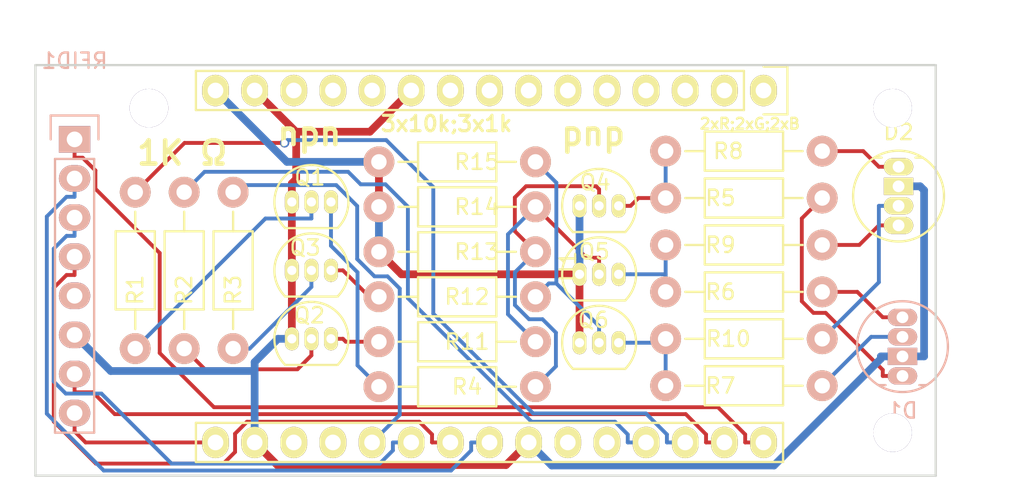
<source format=kicad_pcb>
(kicad_pcb (version 4) (host pcbnew 4.0.2-stable)

  (general
    (links 48)
    (no_connects 0)
    (area 142.838715 33.481 205.562096 64.845001)
    (thickness 1.6)
    (drawings 9)
    (tracks 199)
    (zones 0)
    (modules 28)
    (nets 47)
  )

  (page A4)
  (layers
    (0 F.Cu signal)
    (31 B.Cu signal)
    (32 B.Adhes user)
    (33 F.Adhes user)
    (34 B.Paste user)
    (35 F.Paste user)
    (36 B.SilkS user)
    (37 F.SilkS user)
    (38 B.Mask user)
    (39 F.Mask user)
    (40 Dwgs.User user)
    (41 Cmts.User user)
    (42 Eco1.User user)
    (43 Eco2.User user)
    (44 Edge.Cuts user)
    (45 Margin user)
    (46 B.CrtYd user)
    (47 F.CrtYd user)
    (48 B.Fab user)
    (49 F.Fab user)
  )

  (setup
    (last_trace_width 0.25)
    (trace_clearance 0.2)
    (zone_clearance 0.508)
    (zone_45_only no)
    (trace_min 0.2)
    (segment_width 0.2)
    (edge_width 0.15)
    (via_size 0.6)
    (via_drill 0.4)
    (via_min_size 0.4)
    (via_min_drill 0.3)
    (uvia_size 0.3)
    (uvia_drill 0.1)
    (uvias_allowed no)
    (uvia_min_size 0.2)
    (uvia_min_drill 0.1)
    (pcb_text_width 0.3)
    (pcb_text_size 1.5 1.5)
    (mod_edge_width 0.15)
    (mod_text_size 1 1)
    (mod_text_width 0.15)
    (pad_size 1.524 1.524)
    (pad_drill 0.762)
    (pad_to_mask_clearance 0.2)
    (aux_axis_origin 0 0)
    (grid_origin 211.328 64.77)
    (visible_elements FFFFFF7F)
    (pcbplotparams
      (layerselection 0x00030_80000001)
      (usegerberextensions false)
      (excludeedgelayer true)
      (linewidth 0.100000)
      (plotframeref false)
      (viasonmask false)
      (mode 1)
      (useauxorigin false)
      (hpglpennumber 1)
      (hpglpenspeed 20)
      (hpglpendiameter 15)
      (hpglpenoverlay 2)
      (psnegative false)
      (psa4output false)
      (plotreference true)
      (plotvalue true)
      (plotinvisibletext false)
      (padsonsilk false)
      (subtractmaskfromsilk false)
      (outputformat 1)
      (mirror false)
      (drillshape 1)
      (scaleselection 1)
      (outputdirectory ""))
  )

  (net 0 "")
  (net 1 "Net-(D1-Pad1)")
  (net 2 GND)
  (net 3 "Net-(D1-Pad3)")
  (net 4 "Net-(D1-Pad4)")
  (net 5 "Net-(D2-Pad1)")
  (net 6 "Net-(D2-Pad3)")
  (net 7 "Net-(D2-Pad4)")
  (net 8 "Net-(Q1-Pad2)")
  (net 9 "Net-(Q1-Pad3)")
  (net 10 "Net-(Q2-Pad2)")
  (net 11 "Net-(Q2-Pad3)")
  (net 12 "Net-(Q3-Pad2)")
  (net 13 "Net-(Q3-Pad3)")
  (net 14 "Net-(Q4-Pad2)")
  (net 15 "Net-(Q4-Pad3)")
  (net 16 +5V)
  (net 17 "Net-(Q5-Pad2)")
  (net 18 "Net-(Q5-Pad3)")
  (net 19 "Net-(Q6-Pad2)")
  (net 20 "Net-(Q6-Pad3)")
  (net 21 "Net-(R1-Pad2)")
  (net 22 "Net-(R2-Pad2)")
  (net 23 "Net-(R3-Pad2)")
  (net 24 "Net-(RFID1-Pad1)")
  (net 25 "Net-(RFID1-Pad2)")
  (net 26 "Net-(RFID1-Pad3)")
  (net 27 "Net-(RFID1-Pad4)")
  (net 28 "Net-(RFID1-Pad5)")
  (net 29 "Net-(RFID1-Pad7)")
  (net 30 "Net-(RFID1-Pad8)")
  (net 31 "Net-(U1-Pad1)")
  (net 32 "Net-(U1-Pad2)")
  (net 33 "Net-(U1-Pad3)")
  (net 34 "Net-(U1-Pad4)")
  (net 35 "Net-(U1-Pad5)")
  (net 36 "Net-(U1-Pad6)")
  (net 37 "Net-(U1-Pad7)")
  (net 38 "Net-(U1-Pad8)")
  (net 39 "Net-(U1-Pad9)")
  (net 40 "Net-(U1-Pad11)")
  (net 41 "Net-(U1-Pad12)")
  (net 42 "Net-(U1-Pad13)")
  (net 43 "Net-(U1-Pad18)")
  (net 44 "Net-(U1-Pad19)")
  (net 45 "Net-(U1-Pad26)")
  (net 46 +3V3)

  (net_class Default "This is the default net class."
    (clearance 0.2)
    (trace_width 0.25)
    (via_dia 0.6)
    (via_drill 0.4)
    (uvia_dia 0.3)
    (uvia_drill 0.1)
    (add_net +3V3)
    (add_net "Net-(D1-Pad1)")
    (add_net "Net-(D1-Pad3)")
    (add_net "Net-(D1-Pad4)")
    (add_net "Net-(D2-Pad1)")
    (add_net "Net-(D2-Pad3)")
    (add_net "Net-(D2-Pad4)")
    (add_net "Net-(Q1-Pad2)")
    (add_net "Net-(Q1-Pad3)")
    (add_net "Net-(Q2-Pad2)")
    (add_net "Net-(Q2-Pad3)")
    (add_net "Net-(Q3-Pad2)")
    (add_net "Net-(Q3-Pad3)")
    (add_net "Net-(Q4-Pad2)")
    (add_net "Net-(Q4-Pad3)")
    (add_net "Net-(Q5-Pad2)")
    (add_net "Net-(Q5-Pad3)")
    (add_net "Net-(Q6-Pad2)")
    (add_net "Net-(Q6-Pad3)")
    (add_net "Net-(R1-Pad2)")
    (add_net "Net-(R2-Pad2)")
    (add_net "Net-(R3-Pad2)")
    (add_net "Net-(RFID1-Pad1)")
    (add_net "Net-(RFID1-Pad2)")
    (add_net "Net-(RFID1-Pad3)")
    (add_net "Net-(RFID1-Pad4)")
    (add_net "Net-(RFID1-Pad5)")
    (add_net "Net-(RFID1-Pad7)")
    (add_net "Net-(RFID1-Pad8)")
    (add_net "Net-(U1-Pad1)")
    (add_net "Net-(U1-Pad11)")
    (add_net "Net-(U1-Pad12)")
    (add_net "Net-(U1-Pad13)")
    (add_net "Net-(U1-Pad18)")
    (add_net "Net-(U1-Pad19)")
    (add_net "Net-(U1-Pad2)")
    (add_net "Net-(U1-Pad26)")
    (add_net "Net-(U1-Pad3)")
    (add_net "Net-(U1-Pad4)")
    (add_net "Net-(U1-Pad5)")
    (add_net "Net-(U1-Pad6)")
    (add_net "Net-(U1-Pad7)")
    (add_net "Net-(U1-Pad8)")
    (add_net "Net-(U1-Pad9)")
  )

  (net_class Power ""
    (clearance 0.2)
    (trace_width 0.5)
    (via_dia 0.6)
    (via_drill 0.4)
    (uvia_dia 0.3)
    (uvia_drill 0.1)
    (add_net +5V)
    (add_net GND)
  )

  (module Mounting_Holes:MountingHole_2-5mm (layer F.Cu) (tedit 578D3119) (tstamp 57997702)
    (at 200.914 40.894)
    (descr "Mounting hole, Befestigungsbohrung, 2,5mm, No Annular, Kein Restring,")
    (tags "Mounting hole, Befestigungsbohrung, 2,5mm, No Annular, Kein Restring,")
    (fp_text reference REF4 (at 0 -3.50012) (layer F.SilkS) hide
      (effects (font (size 1 1) (thickness 0.15)))
    )
    (fp_text value MountingHole_2-5mm (at 0.09906 3.59918) (layer F.Fab)
      (effects (font (size 1 1) (thickness 0.15)))
    )
    (fp_circle (center 0 0) (end 2.5 0) (layer Cmts.User) (width 0.381))
    (pad 1 thru_hole circle (at 0 0) (size 2.5 2.5) (drill 2.5) (layers))
  )

  (module Mounting_Holes:MountingHole_2-5mm (layer F.Cu) (tedit 578D30FD) (tstamp 579976F3)
    (at 200.914 61.976)
    (descr "Mounting hole, Befestigungsbohrung, 2,5mm, No Annular, Kein Restring,")
    (tags "Mounting hole, Befestigungsbohrung, 2,5mm, No Annular, Kein Restring,")
    (fp_text reference REF3 (at 0 -3.50012) (layer F.SilkS) hide
      (effects (font (size 1 1) (thickness 0.15)))
    )
    (fp_text value MountingHole_2-5mm (at 0.09906 3.59918) (layer F.Fab)
      (effects (font (size 1 1) (thickness 0.15)))
    )
    (fp_circle (center 0 0) (end 2.5 0) (layer Cmts.User) (width 0.381))
    (pad 1 thru_hole circle (at 0 0) (size 2.5 2.5) (drill 2.5) (layers))
  )

  (module LEDs:LED-RGB-5MM_Common_Cathode (layer B.Cu) (tedit 55A0859C) (tstamp 57829533)
    (at 201.549 58.293)
    (descr "5mm common cathode RGB LED")
    (tags "RGB LED 5mm Common Cathode")
    (path /577787B6)
    (fp_text reference D1 (at 0 2.25) (layer B.SilkS)
      (effects (font (size 1 1) (thickness 0.15)) (justify mirror))
    )
    (fp_text value LED_RCBG (at 0 -6.25) (layer B.Fab)
      (effects (font (size 1 1) (thickness 0.15)) (justify mirror))
    )
    (fp_circle (center 0 -1.905) (end 3.2 -1.905) (layer B.CrtYd) (width 0.05))
    (fp_line (start -1.1 0.595) (end -1.55 0.595) (layer B.SilkS) (width 0.15))
    (fp_circle (center 0 -1.905) (end 2.95 -1.905) (layer B.SilkS) (width 0.15))
    (fp_line (start 1.1 0.595) (end 1.55 0.595) (layer B.SilkS) (width 0.15))
    (pad 1 thru_hole oval (at 0 0) (size 1.905 1.1176) (drill 0.762) (layers *.Cu *.Mask B.SilkS)
      (net 1 "Net-(D1-Pad1)"))
    (pad 2 thru_hole rect (at 0 -1.27) (size 1.905 1.1176) (drill 0.762) (layers *.Cu *.Mask B.SilkS)
      (net 2 GND))
    (pad 3 thru_hole oval (at 0 -2.54) (size 1.905 1.1176) (drill 0.762) (layers *.Cu *.Mask B.SilkS)
      (net 3 "Net-(D1-Pad3)"))
    (pad 4 thru_hole oval (at 0 -3.81) (size 1.905 1.1176) (drill 0.762) (layers *.Cu *.Mask B.SilkS)
      (net 4 "Net-(D1-Pad4)"))
  )

  (module LEDs:LED-RGB-5MM_Common_Cathode (layer F.Cu) (tedit 55A0859C) (tstamp 5782953F)
    (at 201.295 44.704)
    (descr "5mm common cathode RGB LED")
    (tags "RGB LED 5mm Common Cathode")
    (path /5777C585)
    (fp_text reference D2 (at 0 -2.25) (layer F.SilkS)
      (effects (font (size 1 1) (thickness 0.15)))
    )
    (fp_text value LED_RCBG (at 0 6.25) (layer F.Fab)
      (effects (font (size 1 1) (thickness 0.15)))
    )
    (fp_circle (center 0 1.905) (end 3.2 1.905) (layer F.CrtYd) (width 0.05))
    (fp_line (start -1.1 -0.595) (end -1.55 -0.595) (layer F.SilkS) (width 0.15))
    (fp_circle (center 0 1.905) (end 2.95 1.905) (layer F.SilkS) (width 0.15))
    (fp_line (start 1.1 -0.595) (end 1.55 -0.595) (layer F.SilkS) (width 0.15))
    (pad 1 thru_hole oval (at 0 0) (size 1.905 1.1176) (drill 0.762) (layers *.Cu *.Mask F.SilkS)
      (net 5 "Net-(D2-Pad1)"))
    (pad 2 thru_hole rect (at 0 1.27) (size 1.905 1.1176) (drill 0.762) (layers *.Cu *.Mask F.SilkS)
      (net 2 GND))
    (pad 3 thru_hole oval (at 0 2.54) (size 1.905 1.1176) (drill 0.762) (layers *.Cu *.Mask F.SilkS)
      (net 6 "Net-(D2-Pad3)"))
    (pad 4 thru_hole oval (at 0 3.81) (size 1.905 1.1176) (drill 0.762) (layers *.Cu *.Mask F.SilkS)
      (net 7 "Net-(D2-Pad4)"))
  )

  (module TO_SOT_Packages_THT:TO-92_Inline_Narrow_Oval (layer F.Cu) (tedit 57829CFE) (tstamp 5782954D)
    (at 161.925 46.99)
    (descr "TO-92 leads in-line, narrow, oval pads, drill 0.6mm (see NXP sot054_po.pdf)")
    (tags "to-92 sc-43 sc-43a sot54 PA33 transistor")
    (path /5777A2CA)
    (fp_text reference Q1 (at 1.1684 -1.5875) (layer F.SilkS)
      (effects (font (size 1 1) (thickness 0.15)))
    )
    (fp_text value 2N2222 (at 0 3) (layer F.Fab)
      (effects (font (size 1 1) (thickness 0.15)))
    )
    (fp_line (start -1.4 1.95) (end -1.4 -2.65) (layer F.CrtYd) (width 0.05))
    (fp_line (start -1.4 1.95) (end 3.95 1.95) (layer F.CrtYd) (width 0.05))
    (fp_line (start -0.43 1.7) (end 2.97 1.7) (layer F.SilkS) (width 0.15))
    (fp_arc (start 1.27 0) (end 1.27 -2.4) (angle -135) (layer F.SilkS) (width 0.15))
    (fp_arc (start 1.27 0) (end 1.27 -2.4) (angle 135) (layer F.SilkS) (width 0.15))
    (fp_line (start -1.4 -2.65) (end 3.95 -2.65) (layer F.CrtYd) (width 0.05))
    (fp_line (start 3.95 1.95) (end 3.95 -2.65) (layer F.CrtYd) (width 0.05))
    (pad 2 thru_hole oval (at 1.27 0 180) (size 0.89916 1.50114) (drill 0.6) (layers *.Cu *.Mask F.SilkS)
      (net 8 "Net-(Q1-Pad2)"))
    (pad 3 thru_hole oval (at 2.54 0 180) (size 0.89916 1.50114) (drill 0.6) (layers *.Cu *.Mask F.SilkS)
      (net 9 "Net-(Q1-Pad3)"))
    (pad 1 thru_hole oval (at 0 0 180) (size 0.89916 1.50114) (drill 0.6) (layers *.Cu *.Mask F.SilkS)
      (net 2 GND))
    (model TO_SOT_Packages_THT.3dshapes/TO-92_Inline_Narrow_Oval.wrl
      (at (xyz 0.05 0 0))
      (scale (xyz 1 1 1))
      (rotate (xyz 0 0 -90))
    )
  )

  (module TO_SOT_Packages_THT:TO-92_Inline_Narrow_Oval (layer F.Cu) (tedit 57829CC9) (tstamp 5782955B)
    (at 161.925 55.88)
    (descr "TO-92 leads in-line, narrow, oval pads, drill 0.6mm (see NXP sot054_po.pdf)")
    (tags "to-92 sc-43 sc-43a sot54 PA33 transistor")
    (path /5777A366)
    (fp_text reference Q2 (at 1.143 -1.524) (layer F.SilkS)
      (effects (font (size 1 1) (thickness 0.15)))
    )
    (fp_text value 2N2222 (at 0 3) (layer F.Fab)
      (effects (font (size 1 1) (thickness 0.15)))
    )
    (fp_line (start -1.4 1.95) (end -1.4 -2.65) (layer F.CrtYd) (width 0.05))
    (fp_line (start -1.4 1.95) (end 3.95 1.95) (layer F.CrtYd) (width 0.05))
    (fp_line (start -0.43 1.7) (end 2.97 1.7) (layer F.SilkS) (width 0.15))
    (fp_arc (start 1.27 0) (end 1.27 -2.4) (angle -135) (layer F.SilkS) (width 0.15))
    (fp_arc (start 1.27 0) (end 1.27 -2.4) (angle 135) (layer F.SilkS) (width 0.15))
    (fp_line (start -1.4 -2.65) (end 3.95 -2.65) (layer F.CrtYd) (width 0.05))
    (fp_line (start 3.95 1.95) (end 3.95 -2.65) (layer F.CrtYd) (width 0.05))
    (pad 2 thru_hole oval (at 1.27 0 180) (size 0.89916 1.50114) (drill 0.6) (layers *.Cu *.Mask F.SilkS)
      (net 10 "Net-(Q2-Pad2)"))
    (pad 3 thru_hole oval (at 2.54 0 180) (size 0.89916 1.50114) (drill 0.6) (layers *.Cu *.Mask F.SilkS)
      (net 11 "Net-(Q2-Pad3)"))
    (pad 1 thru_hole oval (at 0 0 180) (size 0.89916 1.50114) (drill 0.6) (layers *.Cu *.Mask F.SilkS)
      (net 2 GND))
    (model TO_SOT_Packages_THT.3dshapes/TO-92_Inline_Narrow_Oval.wrl
      (at (xyz 0.05 0 0))
      (scale (xyz 1 1 1))
      (rotate (xyz 0 0 -90))
    )
  )

  (module TO_SOT_Packages_THT:TO-92_Inline_Narrow_Oval (layer F.Cu) (tedit 57829D0A) (tstamp 57829569)
    (at 161.925 51.435)
    (descr "TO-92 leads in-line, narrow, oval pads, drill 0.6mm (see NXP sot054_po.pdf)")
    (tags "to-92 sc-43 sc-43a sot54 PA33 transistor")
    (path /5777A1CF)
    (fp_text reference Q3 (at 0.8636 -1.4732) (layer F.SilkS)
      (effects (font (size 1 1) (thickness 0.15)))
    )
    (fp_text value 2N2222 (at 0 3) (layer F.Fab)
      (effects (font (size 1 1) (thickness 0.15)))
    )
    (fp_line (start -1.4 1.95) (end -1.4 -2.65) (layer F.CrtYd) (width 0.05))
    (fp_line (start -1.4 1.95) (end 3.95 1.95) (layer F.CrtYd) (width 0.05))
    (fp_line (start -0.43 1.7) (end 2.97 1.7) (layer F.SilkS) (width 0.15))
    (fp_arc (start 1.27 0) (end 1.27 -2.4) (angle -135) (layer F.SilkS) (width 0.15))
    (fp_arc (start 1.27 0) (end 1.27 -2.4) (angle 135) (layer F.SilkS) (width 0.15))
    (fp_line (start -1.4 -2.65) (end 3.95 -2.65) (layer F.CrtYd) (width 0.05))
    (fp_line (start 3.95 1.95) (end 3.95 -2.65) (layer F.CrtYd) (width 0.05))
    (pad 2 thru_hole oval (at 1.27 0 180) (size 0.89916 1.50114) (drill 0.6) (layers *.Cu *.Mask F.SilkS)
      (net 12 "Net-(Q3-Pad2)"))
    (pad 3 thru_hole oval (at 2.54 0 180) (size 0.89916 1.50114) (drill 0.6) (layers *.Cu *.Mask F.SilkS)
      (net 13 "Net-(Q3-Pad3)"))
    (pad 1 thru_hole oval (at 0 0 180) (size 0.89916 1.50114) (drill 0.6) (layers *.Cu *.Mask F.SilkS)
      (net 2 GND))
    (model TO_SOT_Packages_THT.3dshapes/TO-92_Inline_Narrow_Oval.wrl
      (at (xyz 0.05 0 0))
      (scale (xyz 1 1 1))
      (rotate (xyz 0 0 -90))
    )
  )

  (module TO_SOT_Packages_THT:TO-92_Inline_Narrow_Oval (layer F.Cu) (tedit 57829CB6) (tstamp 57829577)
    (at 180.594 47.244)
    (descr "TO-92 leads in-line, narrow, oval pads, drill 0.6mm (see NXP sot054_po.pdf)")
    (tags "to-92 sc-43 sc-43a sot54 PA33 transistor")
    (path /5777A611)
    (fp_text reference Q4 (at 1.016 -1.524) (layer F.SilkS)
      (effects (font (size 1 1) (thickness 0.15)))
    )
    (fp_text value 2N2907 (at 0 3) (layer F.Fab)
      (effects (font (size 1 1) (thickness 0.15)))
    )
    (fp_line (start -1.4 1.95) (end -1.4 -2.65) (layer F.CrtYd) (width 0.05))
    (fp_line (start -1.4 1.95) (end 3.95 1.95) (layer F.CrtYd) (width 0.05))
    (fp_line (start -0.43 1.7) (end 2.97 1.7) (layer F.SilkS) (width 0.15))
    (fp_arc (start 1.27 0) (end 1.27 -2.4) (angle -135) (layer F.SilkS) (width 0.15))
    (fp_arc (start 1.27 0) (end 1.27 -2.4) (angle 135) (layer F.SilkS) (width 0.15))
    (fp_line (start -1.4 -2.65) (end 3.95 -2.65) (layer F.CrtYd) (width 0.05))
    (fp_line (start 3.95 1.95) (end 3.95 -2.65) (layer F.CrtYd) (width 0.05))
    (pad 2 thru_hole oval (at 1.27 0 180) (size 0.89916 1.50114) (drill 0.6) (layers *.Cu *.Mask F.SilkS)
      (net 14 "Net-(Q4-Pad2)"))
    (pad 3 thru_hole oval (at 2.54 0 180) (size 0.89916 1.50114) (drill 0.6) (layers *.Cu *.Mask F.SilkS)
      (net 15 "Net-(Q4-Pad3)"))
    (pad 1 thru_hole oval (at 0 0 180) (size 0.89916 1.50114) (drill 0.6) (layers *.Cu *.Mask F.SilkS)
      (net 16 +5V))
    (model TO_SOT_Packages_THT.3dshapes/TO-92_Inline_Narrow_Oval.wrl
      (at (xyz 0.05 0 0))
      (scale (xyz 1 1 1))
      (rotate (xyz 0 0 -90))
    )
  )

  (module TO_SOT_Packages_THT:TO-92_Inline_Narrow_Oval (layer F.Cu) (tedit 57829D30) (tstamp 57829585)
    (at 180.594 51.689)
    (descr "TO-92 leads in-line, narrow, oval pads, drill 0.6mm (see NXP sot054_po.pdf)")
    (tags "to-92 sc-43 sc-43a sot54 PA33 transistor")
    (path /5777A6C5)
    (fp_text reference Q5 (at 0.9525 -1.4732) (layer F.SilkS)
      (effects (font (size 1 1) (thickness 0.15)))
    )
    (fp_text value 2N2907 (at 0 3) (layer F.Fab)
      (effects (font (size 1 1) (thickness 0.15)))
    )
    (fp_line (start -1.4 1.95) (end -1.4 -2.65) (layer F.CrtYd) (width 0.05))
    (fp_line (start -1.4 1.95) (end 3.95 1.95) (layer F.CrtYd) (width 0.05))
    (fp_line (start -0.43 1.7) (end 2.97 1.7) (layer F.SilkS) (width 0.15))
    (fp_arc (start 1.27 0) (end 1.27 -2.4) (angle -135) (layer F.SilkS) (width 0.15))
    (fp_arc (start 1.27 0) (end 1.27 -2.4) (angle 135) (layer F.SilkS) (width 0.15))
    (fp_line (start -1.4 -2.65) (end 3.95 -2.65) (layer F.CrtYd) (width 0.05))
    (fp_line (start 3.95 1.95) (end 3.95 -2.65) (layer F.CrtYd) (width 0.05))
    (pad 2 thru_hole oval (at 1.27 0 180) (size 0.89916 1.50114) (drill 0.6) (layers *.Cu *.Mask F.SilkS)
      (net 17 "Net-(Q5-Pad2)"))
    (pad 3 thru_hole oval (at 2.54 0 180) (size 0.89916 1.50114) (drill 0.6) (layers *.Cu *.Mask F.SilkS)
      (net 18 "Net-(Q5-Pad3)"))
    (pad 1 thru_hole oval (at 0 0 180) (size 0.89916 1.50114) (drill 0.6) (layers *.Cu *.Mask F.SilkS)
      (net 16 +5V))
    (model TO_SOT_Packages_THT.3dshapes/TO-92_Inline_Narrow_Oval.wrl
      (at (xyz 0.05 0 0))
      (scale (xyz 1 1 1))
      (rotate (xyz 0 0 -90))
    )
  )

  (module TO_SOT_Packages_THT:TO-92_Inline_Narrow_Oval (layer F.Cu) (tedit 57829D1E) (tstamp 57829593)
    (at 180.594 56.134)
    (descr "TO-92 leads in-line, narrow, oval pads, drill 0.6mm (see NXP sot054_po.pdf)")
    (tags "to-92 sc-43 sc-43a sot54 PA33 transistor")
    (path /5777A4B2)
    (fp_text reference Q6 (at 0.9017 -1.4732) (layer F.SilkS)
      (effects (font (size 1 1) (thickness 0.15)))
    )
    (fp_text value 2N2907 (at 0 3) (layer F.Fab)
      (effects (font (size 1 1) (thickness 0.15)))
    )
    (fp_line (start -1.4 1.95) (end -1.4 -2.65) (layer F.CrtYd) (width 0.05))
    (fp_line (start -1.4 1.95) (end 3.95 1.95) (layer F.CrtYd) (width 0.05))
    (fp_line (start -0.43 1.7) (end 2.97 1.7) (layer F.SilkS) (width 0.15))
    (fp_arc (start 1.27 0) (end 1.27 -2.4) (angle -135) (layer F.SilkS) (width 0.15))
    (fp_arc (start 1.27 0) (end 1.27 -2.4) (angle 135) (layer F.SilkS) (width 0.15))
    (fp_line (start -1.4 -2.65) (end 3.95 -2.65) (layer F.CrtYd) (width 0.05))
    (fp_line (start 3.95 1.95) (end 3.95 -2.65) (layer F.CrtYd) (width 0.05))
    (pad 2 thru_hole oval (at 1.27 0 180) (size 0.89916 1.50114) (drill 0.6) (layers *.Cu *.Mask F.SilkS)
      (net 19 "Net-(Q6-Pad2)"))
    (pad 3 thru_hole oval (at 2.54 0 180) (size 0.89916 1.50114) (drill 0.6) (layers *.Cu *.Mask F.SilkS)
      (net 20 "Net-(Q6-Pad3)"))
    (pad 1 thru_hole oval (at 0 0 180) (size 0.89916 1.50114) (drill 0.6) (layers *.Cu *.Mask F.SilkS)
      (net 16 +5V))
    (model TO_SOT_Packages_THT.3dshapes/TO-92_Inline_Narrow_Oval.wrl
      (at (xyz 0.05 0 0))
      (scale (xyz 1 1 1))
      (rotate (xyz 0 0 -90))
    )
  )

  (module Resistors_ThroughHole:Resistor_Horizontal_RM10mm (layer F.Cu) (tedit 578296E4) (tstamp 578295A3)
    (at 151.765 56.515 90)
    (descr "Resistor, Axial,  RM 10mm, 1/3W")
    (tags "Resistor Axial RM 10mm 1/3W")
    (path /577788E1)
    (fp_text reference R1 (at 3.81 0 90) (layer F.SilkS)
      (effects (font (size 1 1) (thickness 0.15)))
    )
    (fp_text value 1k (at 6.35 0 90) (layer F.Fab)
      (effects (font (size 1 1) (thickness 0.15)))
    )
    (fp_line (start -1.25 -1.5) (end 11.4 -1.5) (layer F.CrtYd) (width 0.05))
    (fp_line (start -1.25 1.5) (end -1.25 -1.5) (layer F.CrtYd) (width 0.05))
    (fp_line (start 11.4 -1.5) (end 11.4 1.5) (layer F.CrtYd) (width 0.05))
    (fp_line (start -1.25 1.5) (end 11.4 1.5) (layer F.CrtYd) (width 0.05))
    (fp_line (start 2.54 -1.27) (end 7.62 -1.27) (layer F.SilkS) (width 0.15))
    (fp_line (start 7.62 -1.27) (end 7.62 1.27) (layer F.SilkS) (width 0.15))
    (fp_line (start 7.62 1.27) (end 2.54 1.27) (layer F.SilkS) (width 0.15))
    (fp_line (start 2.54 1.27) (end 2.54 -1.27) (layer F.SilkS) (width 0.15))
    (fp_line (start 2.54 0) (end 1.27 0) (layer F.SilkS) (width 0.15))
    (fp_line (start 7.62 0) (end 8.89 0) (layer F.SilkS) (width 0.15))
    (pad 1 thru_hole circle (at 0 0 90) (size 1.99898 1.99898) (drill 1.00076) (layers *.Cu *.SilkS *.Mask)
      (net 8 "Net-(Q1-Pad2)"))
    (pad 2 thru_hole circle (at 10.16 0 90) (size 1.99898 1.99898) (drill 1.00076) (layers *.Cu *.SilkS *.Mask)
      (net 21 "Net-(R1-Pad2)"))
    (model Resistors_ThroughHole.3dshapes/Resistor_Horizontal_RM10mm.wrl
      (at (xyz 0 0 0))
      (scale (xyz 0.4 0.4 0.4))
      (rotate (xyz 0 0 0))
    )
  )

  (module Resistors_ThroughHole:Resistor_Horizontal_RM10mm (layer F.Cu) (tedit 578296FD) (tstamp 578295B3)
    (at 154.94 56.515 90)
    (descr "Resistor, Axial,  RM 10mm, 1/3W")
    (tags "Resistor Axial RM 10mm 1/3W")
    (path /57778F7A)
    (fp_text reference R2 (at 3.81 0 90) (layer F.SilkS)
      (effects (font (size 1 1) (thickness 0.15)))
    )
    (fp_text value 1k (at 6.35 0 90) (layer F.Fab)
      (effects (font (size 1 1) (thickness 0.15)))
    )
    (fp_line (start -1.25 -1.5) (end 11.4 -1.5) (layer F.CrtYd) (width 0.05))
    (fp_line (start -1.25 1.5) (end -1.25 -1.5) (layer F.CrtYd) (width 0.05))
    (fp_line (start 11.4 -1.5) (end 11.4 1.5) (layer F.CrtYd) (width 0.05))
    (fp_line (start -1.25 1.5) (end 11.4 1.5) (layer F.CrtYd) (width 0.05))
    (fp_line (start 2.54 -1.27) (end 7.62 -1.27) (layer F.SilkS) (width 0.15))
    (fp_line (start 7.62 -1.27) (end 7.62 1.27) (layer F.SilkS) (width 0.15))
    (fp_line (start 7.62 1.27) (end 2.54 1.27) (layer F.SilkS) (width 0.15))
    (fp_line (start 2.54 1.27) (end 2.54 -1.27) (layer F.SilkS) (width 0.15))
    (fp_line (start 2.54 0) (end 1.27 0) (layer F.SilkS) (width 0.15))
    (fp_line (start 7.62 0) (end 8.89 0) (layer F.SilkS) (width 0.15))
    (pad 1 thru_hole circle (at 0 0 90) (size 1.99898 1.99898) (drill 1.00076) (layers *.Cu *.SilkS *.Mask)
      (net 10 "Net-(Q2-Pad2)"))
    (pad 2 thru_hole circle (at 10.16 0 90) (size 1.99898 1.99898) (drill 1.00076) (layers *.Cu *.SilkS *.Mask)
      (net 22 "Net-(R2-Pad2)"))
    (model Resistors_ThroughHole.3dshapes/Resistor_Horizontal_RM10mm.wrl
      (at (xyz 0 0 0))
      (scale (xyz 0.4 0.4 0.4))
      (rotate (xyz 0 0 0))
    )
  )

  (module Resistors_ThroughHole:Resistor_Horizontal_RM10mm (layer F.Cu) (tedit 578296F3) (tstamp 578295C3)
    (at 158.115 56.515 90)
    (descr "Resistor, Axial,  RM 10mm, 1/3W")
    (tags "Resistor Axial RM 10mm 1/3W")
    (path /5777907E)
    (fp_text reference R3 (at 3.81 0 90) (layer F.SilkS)
      (effects (font (size 1 1) (thickness 0.15)))
    )
    (fp_text value 1k (at 6.35 0 90) (layer F.Fab)
      (effects (font (size 1 1) (thickness 0.15)))
    )
    (fp_line (start -1.25 -1.5) (end 11.4 -1.5) (layer F.CrtYd) (width 0.05))
    (fp_line (start -1.25 1.5) (end -1.25 -1.5) (layer F.CrtYd) (width 0.05))
    (fp_line (start 11.4 -1.5) (end 11.4 1.5) (layer F.CrtYd) (width 0.05))
    (fp_line (start -1.25 1.5) (end 11.4 1.5) (layer F.CrtYd) (width 0.05))
    (fp_line (start 2.54 -1.27) (end 7.62 -1.27) (layer F.SilkS) (width 0.15))
    (fp_line (start 7.62 -1.27) (end 7.62 1.27) (layer F.SilkS) (width 0.15))
    (fp_line (start 7.62 1.27) (end 2.54 1.27) (layer F.SilkS) (width 0.15))
    (fp_line (start 2.54 1.27) (end 2.54 -1.27) (layer F.SilkS) (width 0.15))
    (fp_line (start 2.54 0) (end 1.27 0) (layer F.SilkS) (width 0.15))
    (fp_line (start 7.62 0) (end 8.89 0) (layer F.SilkS) (width 0.15))
    (pad 1 thru_hole circle (at 0 0 90) (size 1.99898 1.99898) (drill 1.00076) (layers *.Cu *.SilkS *.Mask)
      (net 12 "Net-(Q3-Pad2)"))
    (pad 2 thru_hole circle (at 10.16 0 90) (size 1.99898 1.99898) (drill 1.00076) (layers *.Cu *.SilkS *.Mask)
      (net 23 "Net-(R3-Pad2)"))
    (model Resistors_ThroughHole.3dshapes/Resistor_Horizontal_RM10mm.wrl
      (at (xyz 0 0 0))
      (scale (xyz 0.4 0.4 0.4))
      (rotate (xyz 0 0 0))
    )
  )

  (module Resistors_ThroughHole:Resistor_Horizontal_RM10mm (layer F.Cu) (tedit 578296B3) (tstamp 578295D3)
    (at 177.736 58.9915 180)
    (descr "Resistor, Axial,  RM 10mm, 1/3W")
    (tags "Resistor Axial RM 10mm 1/3W")
    (path /577788C4)
    (fp_text reference R4 (at 4.445 0 180) (layer F.SilkS)
      (effects (font (size 1 1) (thickness 0.15)))
    )
    (fp_text value 1k (at 6.35 0 180) (layer F.Fab)
      (effects (font (size 1 1) (thickness 0.15)))
    )
    (fp_line (start -1.25 -1.5) (end 11.4 -1.5) (layer F.CrtYd) (width 0.05))
    (fp_line (start -1.25 1.5) (end -1.25 -1.5) (layer F.CrtYd) (width 0.05))
    (fp_line (start 11.4 -1.5) (end 11.4 1.5) (layer F.CrtYd) (width 0.05))
    (fp_line (start -1.25 1.5) (end 11.4 1.5) (layer F.CrtYd) (width 0.05))
    (fp_line (start 2.54 -1.27) (end 7.62 -1.27) (layer F.SilkS) (width 0.15))
    (fp_line (start 7.62 -1.27) (end 7.62 1.27) (layer F.SilkS) (width 0.15))
    (fp_line (start 7.62 1.27) (end 2.54 1.27) (layer F.SilkS) (width 0.15))
    (fp_line (start 2.54 1.27) (end 2.54 -1.27) (layer F.SilkS) (width 0.15))
    (fp_line (start 2.54 0) (end 1.27 0) (layer F.SilkS) (width 0.15))
    (fp_line (start 7.62 0) (end 8.89 0) (layer F.SilkS) (width 0.15))
    (pad 1 thru_hole circle (at 0 0 180) (size 1.99898 1.99898) (drill 1.00076) (layers *.Cu *.SilkS *.Mask)
      (net 14 "Net-(Q4-Pad2)"))
    (pad 2 thru_hole circle (at 10.16 0 180) (size 1.99898 1.99898) (drill 1.00076) (layers *.Cu *.SilkS *.Mask)
      (net 9 "Net-(Q1-Pad3)"))
    (model Resistors_ThroughHole.3dshapes/Resistor_Horizontal_RM10mm.wrl
      (at (xyz 0 0 0))
      (scale (xyz 0.4 0.4 0.4))
      (rotate (xyz 0 0 0))
    )
  )

  (module Resistors_ThroughHole:Resistor_Horizontal_RM10mm (layer F.Cu) (tedit 578298EB) (tstamp 578295E3)
    (at 186.182 46.736)
    (descr "Resistor, Axial,  RM 10mm, 1/3W")
    (tags "Resistor Axial RM 10mm 1/3W")
    (path /57778927)
    (fp_text reference R5 (at 3.556 0) (layer F.SilkS)
      (effects (font (size 1 1) (thickness 0.15)))
    )
    (fp_text value 32 (at 6.096 0) (layer F.Fab)
      (effects (font (size 1 1) (thickness 0.15)))
    )
    (fp_line (start -1.25 -1.5) (end 11.4 -1.5) (layer F.CrtYd) (width 0.05))
    (fp_line (start -1.25 1.5) (end -1.25 -1.5) (layer F.CrtYd) (width 0.05))
    (fp_line (start 11.4 -1.5) (end 11.4 1.5) (layer F.CrtYd) (width 0.05))
    (fp_line (start -1.25 1.5) (end 11.4 1.5) (layer F.CrtYd) (width 0.05))
    (fp_line (start 2.54 -1.27) (end 7.62 -1.27) (layer F.SilkS) (width 0.15))
    (fp_line (start 7.62 -1.27) (end 7.62 1.27) (layer F.SilkS) (width 0.15))
    (fp_line (start 7.62 1.27) (end 2.54 1.27) (layer F.SilkS) (width 0.15))
    (fp_line (start 2.54 1.27) (end 2.54 -1.27) (layer F.SilkS) (width 0.15))
    (fp_line (start 2.54 0) (end 1.27 0) (layer F.SilkS) (width 0.15))
    (fp_line (start 7.62 0) (end 8.89 0) (layer F.SilkS) (width 0.15))
    (pad 1 thru_hole circle (at 0 0) (size 1.99898 1.99898) (drill 1.00076) (layers *.Cu *.SilkS *.Mask)
      (net 15 "Net-(Q4-Pad3)"))
    (pad 2 thru_hole circle (at 10.16 0) (size 1.99898 1.99898) (drill 1.00076) (layers *.Cu *.SilkS *.Mask)
      (net 1 "Net-(D1-Pad1)"))
    (model Resistors_ThroughHole.3dshapes/Resistor_Horizontal_RM10mm.wrl
      (at (xyz 0 0 0))
      (scale (xyz 0.4 0.4 0.4))
      (rotate (xyz 0 0 0))
    )
  )

  (module Resistors_ThroughHole:Resistor_Horizontal_RM10mm (layer F.Cu) (tedit 578298F1) (tstamp 578295F3)
    (at 186.182 52.832)
    (descr "Resistor, Axial,  RM 10mm, 1/3W")
    (tags "Resistor Axial RM 10mm 1/3W")
    (path /57778C72)
    (fp_text reference R6 (at 3.556 0) (layer F.SilkS)
      (effects (font (size 1 1) (thickness 0.15)))
    )
    (fp_text value 21 (at 6.604 0) (layer F.Fab)
      (effects (font (size 1 1) (thickness 0.15)))
    )
    (fp_line (start -1.25 -1.5) (end 11.4 -1.5) (layer F.CrtYd) (width 0.05))
    (fp_line (start -1.25 1.5) (end -1.25 -1.5) (layer F.CrtYd) (width 0.05))
    (fp_line (start 11.4 -1.5) (end 11.4 1.5) (layer F.CrtYd) (width 0.05))
    (fp_line (start -1.25 1.5) (end 11.4 1.5) (layer F.CrtYd) (width 0.05))
    (fp_line (start 2.54 -1.27) (end 7.62 -1.27) (layer F.SilkS) (width 0.15))
    (fp_line (start 7.62 -1.27) (end 7.62 1.27) (layer F.SilkS) (width 0.15))
    (fp_line (start 7.62 1.27) (end 2.54 1.27) (layer F.SilkS) (width 0.15))
    (fp_line (start 2.54 1.27) (end 2.54 -1.27) (layer F.SilkS) (width 0.15))
    (fp_line (start 2.54 0) (end 1.27 0) (layer F.SilkS) (width 0.15))
    (fp_line (start 7.62 0) (end 8.89 0) (layer F.SilkS) (width 0.15))
    (pad 1 thru_hole circle (at 0 0) (size 1.99898 1.99898) (drill 1.00076) (layers *.Cu *.SilkS *.Mask)
      (net 18 "Net-(Q5-Pad3)"))
    (pad 2 thru_hole circle (at 10.16 0) (size 1.99898 1.99898) (drill 1.00076) (layers *.Cu *.SilkS *.Mask)
      (net 4 "Net-(D1-Pad4)"))
    (model Resistors_ThroughHole.3dshapes/Resistor_Horizontal_RM10mm.wrl
      (at (xyz 0 0 0))
      (scale (xyz 0.4 0.4 0.4))
      (rotate (xyz 0 0 0))
    )
  )

  (module Resistors_ThroughHole:Resistor_Horizontal_RM10mm (layer F.Cu) (tedit 578298F5) (tstamp 57829603)
    (at 186.182 58.928)
    (descr "Resistor, Axial,  RM 10mm, 1/3W")
    (tags "Resistor Axial RM 10mm 1/3W")
    (path /57778C9B)
    (fp_text reference R7 (at 3.556 0) (layer F.SilkS)
      (effects (font (size 1 1) (thickness 0.15)))
    )
    (fp_text value 21 (at 6.604 0) (layer F.Fab)
      (effects (font (size 1 1) (thickness 0.15)))
    )
    (fp_line (start -1.25 -1.5) (end 11.4 -1.5) (layer F.CrtYd) (width 0.05))
    (fp_line (start -1.25 1.5) (end -1.25 -1.5) (layer F.CrtYd) (width 0.05))
    (fp_line (start 11.4 -1.5) (end 11.4 1.5) (layer F.CrtYd) (width 0.05))
    (fp_line (start -1.25 1.5) (end 11.4 1.5) (layer F.CrtYd) (width 0.05))
    (fp_line (start 2.54 -1.27) (end 7.62 -1.27) (layer F.SilkS) (width 0.15))
    (fp_line (start 7.62 -1.27) (end 7.62 1.27) (layer F.SilkS) (width 0.15))
    (fp_line (start 7.62 1.27) (end 2.54 1.27) (layer F.SilkS) (width 0.15))
    (fp_line (start 2.54 1.27) (end 2.54 -1.27) (layer F.SilkS) (width 0.15))
    (fp_line (start 2.54 0) (end 1.27 0) (layer F.SilkS) (width 0.15))
    (fp_line (start 7.62 0) (end 8.89 0) (layer F.SilkS) (width 0.15))
    (pad 1 thru_hole circle (at 0 0) (size 1.99898 1.99898) (drill 1.00076) (layers *.Cu *.SilkS *.Mask)
      (net 20 "Net-(Q6-Pad3)"))
    (pad 2 thru_hole circle (at 10.16 0) (size 1.99898 1.99898) (drill 1.00076) (layers *.Cu *.SilkS *.Mask)
      (net 3 "Net-(D1-Pad3)"))
    (model Resistors_ThroughHole.3dshapes/Resistor_Horizontal_RM10mm.wrl
      (at (xyz 0 0 0))
      (scale (xyz 0.4 0.4 0.4))
      (rotate (xyz 0 0 0))
    )
  )

  (module Resistors_ThroughHole:Resistor_Horizontal_RM10mm (layer F.Cu) (tedit 5782999D) (tstamp 57829613)
    (at 186.182 43.688)
    (descr "Resistor, Axial,  RM 10mm, 1/3W")
    (tags "Resistor Axial RM 10mm 1/3W")
    (path /5777C58B)
    (fp_text reference R8 (at 4.064 0) (layer F.SilkS)
      (effects (font (size 1 1) (thickness 0.15)))
    )
    (fp_text value 32 (at 6.604 0) (layer F.Fab)
      (effects (font (size 1 1) (thickness 0.15)))
    )
    (fp_line (start -1.25 -1.5) (end 11.4 -1.5) (layer F.CrtYd) (width 0.05))
    (fp_line (start -1.25 1.5) (end -1.25 -1.5) (layer F.CrtYd) (width 0.05))
    (fp_line (start 11.4 -1.5) (end 11.4 1.5) (layer F.CrtYd) (width 0.05))
    (fp_line (start -1.25 1.5) (end 11.4 1.5) (layer F.CrtYd) (width 0.05))
    (fp_line (start 2.54 -1.27) (end 7.62 -1.27) (layer F.SilkS) (width 0.15))
    (fp_line (start 7.62 -1.27) (end 7.62 1.27) (layer F.SilkS) (width 0.15))
    (fp_line (start 7.62 1.27) (end 2.54 1.27) (layer F.SilkS) (width 0.15))
    (fp_line (start 2.54 1.27) (end 2.54 -1.27) (layer F.SilkS) (width 0.15))
    (fp_line (start 2.54 0) (end 1.27 0) (layer F.SilkS) (width 0.15))
    (fp_line (start 7.62 0) (end 8.89 0) (layer F.SilkS) (width 0.15))
    (pad 1 thru_hole circle (at 0 0) (size 1.99898 1.99898) (drill 1.00076) (layers *.Cu *.SilkS *.Mask)
      (net 15 "Net-(Q4-Pad3)"))
    (pad 2 thru_hole circle (at 10.16 0) (size 1.99898 1.99898) (drill 1.00076) (layers *.Cu *.SilkS *.Mask)
      (net 5 "Net-(D2-Pad1)"))
    (model Resistors_ThroughHole.3dshapes/Resistor_Horizontal_RM10mm.wrl
      (at (xyz 0 0 0))
      (scale (xyz 0.4 0.4 0.4))
      (rotate (xyz 0 0 0))
    )
  )

  (module Resistors_ThroughHole:Resistor_Horizontal_RM10mm (layer F.Cu) (tedit 57829986) (tstamp 57829623)
    (at 186.182 49.784)
    (descr "Resistor, Axial,  RM 10mm, 1/3W")
    (tags "Resistor Axial RM 10mm 1/3W")
    (path /5777C592)
    (fp_text reference R9 (at 3.556 0) (layer F.SilkS)
      (effects (font (size 1 1) (thickness 0.15)))
    )
    (fp_text value 21 (at 6.604 0) (layer F.Fab)
      (effects (font (size 1 1) (thickness 0.15)))
    )
    (fp_line (start -1.25 -1.5) (end 11.4 -1.5) (layer F.CrtYd) (width 0.05))
    (fp_line (start -1.25 1.5) (end -1.25 -1.5) (layer F.CrtYd) (width 0.05))
    (fp_line (start 11.4 -1.5) (end 11.4 1.5) (layer F.CrtYd) (width 0.05))
    (fp_line (start -1.25 1.5) (end 11.4 1.5) (layer F.CrtYd) (width 0.05))
    (fp_line (start 2.54 -1.27) (end 7.62 -1.27) (layer F.SilkS) (width 0.15))
    (fp_line (start 7.62 -1.27) (end 7.62 1.27) (layer F.SilkS) (width 0.15))
    (fp_line (start 7.62 1.27) (end 2.54 1.27) (layer F.SilkS) (width 0.15))
    (fp_line (start 2.54 1.27) (end 2.54 -1.27) (layer F.SilkS) (width 0.15))
    (fp_line (start 2.54 0) (end 1.27 0) (layer F.SilkS) (width 0.15))
    (fp_line (start 7.62 0) (end 8.89 0) (layer F.SilkS) (width 0.15))
    (pad 1 thru_hole circle (at 0 0) (size 1.99898 1.99898) (drill 1.00076) (layers *.Cu *.SilkS *.Mask)
      (net 18 "Net-(Q5-Pad3)"))
    (pad 2 thru_hole circle (at 10.16 0) (size 1.99898 1.99898) (drill 1.00076) (layers *.Cu *.SilkS *.Mask)
      (net 7 "Net-(D2-Pad4)"))
    (model Resistors_ThroughHole.3dshapes/Resistor_Horizontal_RM10mm.wrl
      (at (xyz 0 0 0))
      (scale (xyz 0.4 0.4 0.4))
      (rotate (xyz 0 0 0))
    )
  )

  (module Resistors_ThroughHole:Resistor_Horizontal_RM10mm (layer F.Cu) (tedit 5782997E) (tstamp 57829633)
    (at 186.182 55.88)
    (descr "Resistor, Axial,  RM 10mm, 1/3W")
    (tags "Resistor Axial RM 10mm 1/3W")
    (path /5777C598)
    (fp_text reference R10 (at 4.064 0) (layer F.SilkS)
      (effects (font (size 1 1) (thickness 0.15)))
    )
    (fp_text value 21 (at 6.604 0) (layer F.Fab)
      (effects (font (size 1 1) (thickness 0.15)))
    )
    (fp_line (start -1.25 -1.5) (end 11.4 -1.5) (layer F.CrtYd) (width 0.05))
    (fp_line (start -1.25 1.5) (end -1.25 -1.5) (layer F.CrtYd) (width 0.05))
    (fp_line (start 11.4 -1.5) (end 11.4 1.5) (layer F.CrtYd) (width 0.05))
    (fp_line (start -1.25 1.5) (end 11.4 1.5) (layer F.CrtYd) (width 0.05))
    (fp_line (start 2.54 -1.27) (end 7.62 -1.27) (layer F.SilkS) (width 0.15))
    (fp_line (start 7.62 -1.27) (end 7.62 1.27) (layer F.SilkS) (width 0.15))
    (fp_line (start 7.62 1.27) (end 2.54 1.27) (layer F.SilkS) (width 0.15))
    (fp_line (start 2.54 1.27) (end 2.54 -1.27) (layer F.SilkS) (width 0.15))
    (fp_line (start 2.54 0) (end 1.27 0) (layer F.SilkS) (width 0.15))
    (fp_line (start 7.62 0) (end 8.89 0) (layer F.SilkS) (width 0.15))
    (pad 1 thru_hole circle (at 0 0) (size 1.99898 1.99898) (drill 1.00076) (layers *.Cu *.SilkS *.Mask)
      (net 20 "Net-(Q6-Pad3)"))
    (pad 2 thru_hole circle (at 10.16 0) (size 1.99898 1.99898) (drill 1.00076) (layers *.Cu *.SilkS *.Mask)
      (net 6 "Net-(D2-Pad3)"))
    (model Resistors_ThroughHole.3dshapes/Resistor_Horizontal_RM10mm.wrl
      (at (xyz 0 0 0))
      (scale (xyz 0.4 0.4 0.4))
      (rotate (xyz 0 0 0))
    )
  )

  (module Resistors_ThroughHole:Resistor_Horizontal_RM10mm (layer F.Cu) (tedit 578296C4) (tstamp 57829643)
    (at 177.736 56.0705 180)
    (descr "Resistor, Axial,  RM 10mm, 1/3W")
    (tags "Resistor Axial RM 10mm 1/3W")
    (path /57778DE3)
    (fp_text reference R11 (at 4.445 0 180) (layer F.SilkS)
      (effects (font (size 1 1) (thickness 0.15)))
    )
    (fp_text value 1k (at 6.35 0 180) (layer F.Fab)
      (effects (font (size 1 1) (thickness 0.15)))
    )
    (fp_line (start -1.25 -1.5) (end 11.4 -1.5) (layer F.CrtYd) (width 0.05))
    (fp_line (start -1.25 1.5) (end -1.25 -1.5) (layer F.CrtYd) (width 0.05))
    (fp_line (start 11.4 -1.5) (end 11.4 1.5) (layer F.CrtYd) (width 0.05))
    (fp_line (start -1.25 1.5) (end 11.4 1.5) (layer F.CrtYd) (width 0.05))
    (fp_line (start 2.54 -1.27) (end 7.62 -1.27) (layer F.SilkS) (width 0.15))
    (fp_line (start 7.62 -1.27) (end 7.62 1.27) (layer F.SilkS) (width 0.15))
    (fp_line (start 7.62 1.27) (end 2.54 1.27) (layer F.SilkS) (width 0.15))
    (fp_line (start 2.54 1.27) (end 2.54 -1.27) (layer F.SilkS) (width 0.15))
    (fp_line (start 2.54 0) (end 1.27 0) (layer F.SilkS) (width 0.15))
    (fp_line (start 7.62 0) (end 8.89 0) (layer F.SilkS) (width 0.15))
    (pad 1 thru_hole circle (at 0 0 180) (size 1.99898 1.99898) (drill 1.00076) (layers *.Cu *.SilkS *.Mask)
      (net 17 "Net-(Q5-Pad2)"))
    (pad 2 thru_hole circle (at 10.16 0 180) (size 1.99898 1.99898) (drill 1.00076) (layers *.Cu *.SilkS *.Mask)
      (net 11 "Net-(Q2-Pad3)"))
    (model Resistors_ThroughHole.3dshapes/Resistor_Horizontal_RM10mm.wrl
      (at (xyz 0 0 0))
      (scale (xyz 0.4 0.4 0.4))
      (rotate (xyz 0 0 0))
    )
  )

  (module Resistors_ThroughHole:Resistor_Horizontal_RM10mm (layer F.Cu) (tedit 578296CB) (tstamp 57829653)
    (at 177.736 53.1495 180)
    (descr "Resistor, Axial,  RM 10mm, 1/3W")
    (tags "Resistor Axial RM 10mm 1/3W")
    (path /57778E6D)
    (fp_text reference R12 (at 4.445 0 180) (layer F.SilkS)
      (effects (font (size 1 1) (thickness 0.15)))
    )
    (fp_text value 1k (at 6.35 0 180) (layer F.Fab)
      (effects (font (size 1 1) (thickness 0.15)))
    )
    (fp_line (start -1.25 -1.5) (end 11.4 -1.5) (layer F.CrtYd) (width 0.05))
    (fp_line (start -1.25 1.5) (end -1.25 -1.5) (layer F.CrtYd) (width 0.05))
    (fp_line (start 11.4 -1.5) (end 11.4 1.5) (layer F.CrtYd) (width 0.05))
    (fp_line (start -1.25 1.5) (end 11.4 1.5) (layer F.CrtYd) (width 0.05))
    (fp_line (start 2.54 -1.27) (end 7.62 -1.27) (layer F.SilkS) (width 0.15))
    (fp_line (start 7.62 -1.27) (end 7.62 1.27) (layer F.SilkS) (width 0.15))
    (fp_line (start 7.62 1.27) (end 2.54 1.27) (layer F.SilkS) (width 0.15))
    (fp_line (start 2.54 1.27) (end 2.54 -1.27) (layer F.SilkS) (width 0.15))
    (fp_line (start 2.54 0) (end 1.27 0) (layer F.SilkS) (width 0.15))
    (fp_line (start 7.62 0) (end 8.89 0) (layer F.SilkS) (width 0.15))
    (pad 1 thru_hole circle (at 0 0 180) (size 1.99898 1.99898) (drill 1.00076) (layers *.Cu *.SilkS *.Mask)
      (net 19 "Net-(Q6-Pad2)"))
    (pad 2 thru_hole circle (at 10.16 0 180) (size 1.99898 1.99898) (drill 1.00076) (layers *.Cu *.SilkS *.Mask)
      (net 13 "Net-(Q3-Pad3)"))
    (model Resistors_ThroughHole.3dshapes/Resistor_Horizontal_RM10mm.wrl
      (at (xyz 0 0 0))
      (scale (xyz 0.4 0.4 0.4))
      (rotate (xyz 0 0 0))
    )
  )

  (module Resistors_ThroughHole:Resistor_Horizontal_RM10mm (layer F.Cu) (tedit 5782979B) (tstamp 57829663)
    (at 177.736 50.2285 180)
    (descr "Resistor, Axial,  RM 10mm, 1/3W")
    (tags "Resistor Axial RM 10mm 1/3W")
    (path /577945F3)
    (fp_text reference R13 (at 3.81 0 180) (layer F.SilkS)
      (effects (font (size 1 1) (thickness 0.15)))
    )
    (fp_text value 10k (at 6.985 0 180) (layer F.Fab)
      (effects (font (size 1 1) (thickness 0.15)))
    )
    (fp_line (start -1.25 -1.5) (end 11.4 -1.5) (layer F.CrtYd) (width 0.05))
    (fp_line (start -1.25 1.5) (end -1.25 -1.5) (layer F.CrtYd) (width 0.05))
    (fp_line (start 11.4 -1.5) (end 11.4 1.5) (layer F.CrtYd) (width 0.05))
    (fp_line (start -1.25 1.5) (end 11.4 1.5) (layer F.CrtYd) (width 0.05))
    (fp_line (start 2.54 -1.27) (end 7.62 -1.27) (layer F.SilkS) (width 0.15))
    (fp_line (start 7.62 -1.27) (end 7.62 1.27) (layer F.SilkS) (width 0.15))
    (fp_line (start 7.62 1.27) (end 2.54 1.27) (layer F.SilkS) (width 0.15))
    (fp_line (start 2.54 1.27) (end 2.54 -1.27) (layer F.SilkS) (width 0.15))
    (fp_line (start 2.54 0) (end 1.27 0) (layer F.SilkS) (width 0.15))
    (fp_line (start 7.62 0) (end 8.89 0) (layer F.SilkS) (width 0.15))
    (pad 1 thru_hole circle (at 0 0 180) (size 1.99898 1.99898) (drill 1.00076) (layers *.Cu *.SilkS *.Mask)
      (net 14 "Net-(Q4-Pad2)"))
    (pad 2 thru_hole circle (at 10.16 0 180) (size 1.99898 1.99898) (drill 1.00076) (layers *.Cu *.SilkS *.Mask)
      (net 16 +5V))
    (model Resistors_ThroughHole.3dshapes/Resistor_Horizontal_RM10mm.wrl
      (at (xyz 0 0 0))
      (scale (xyz 0.4 0.4 0.4))
      (rotate (xyz 0 0 0))
    )
  )

  (module Resistors_ThroughHole:Resistor_Horizontal_RM10mm (layer F.Cu) (tedit 578297A0) (tstamp 57829673)
    (at 177.736 47.3075 180)
    (descr "Resistor, Axial,  RM 10mm, 1/3W")
    (tags "Resistor Axial RM 10mm 1/3W")
    (path /57794DE8)
    (fp_text reference R14 (at 3.81 0 180) (layer F.SilkS)
      (effects (font (size 1 1) (thickness 0.15)))
    )
    (fp_text value 10k (at 6.35 0 180) (layer F.Fab)
      (effects (font (size 1 1) (thickness 0.15)))
    )
    (fp_line (start -1.25 -1.5) (end 11.4 -1.5) (layer F.CrtYd) (width 0.05))
    (fp_line (start -1.25 1.5) (end -1.25 -1.5) (layer F.CrtYd) (width 0.05))
    (fp_line (start 11.4 -1.5) (end 11.4 1.5) (layer F.CrtYd) (width 0.05))
    (fp_line (start -1.25 1.5) (end 11.4 1.5) (layer F.CrtYd) (width 0.05))
    (fp_line (start 2.54 -1.27) (end 7.62 -1.27) (layer F.SilkS) (width 0.15))
    (fp_line (start 7.62 -1.27) (end 7.62 1.27) (layer F.SilkS) (width 0.15))
    (fp_line (start 7.62 1.27) (end 2.54 1.27) (layer F.SilkS) (width 0.15))
    (fp_line (start 2.54 1.27) (end 2.54 -1.27) (layer F.SilkS) (width 0.15))
    (fp_line (start 2.54 0) (end 1.27 0) (layer F.SilkS) (width 0.15))
    (fp_line (start 7.62 0) (end 8.89 0) (layer F.SilkS) (width 0.15))
    (pad 1 thru_hole circle (at 0 0 180) (size 1.99898 1.99898) (drill 1.00076) (layers *.Cu *.SilkS *.Mask)
      (net 17 "Net-(Q5-Pad2)"))
    (pad 2 thru_hole circle (at 10.16 0 180) (size 1.99898 1.99898) (drill 1.00076) (layers *.Cu *.SilkS *.Mask)
      (net 16 +5V))
    (model Resistors_ThroughHole.3dshapes/Resistor_Horizontal_RM10mm.wrl
      (at (xyz 0 0 0))
      (scale (xyz 0.4 0.4 0.4))
      (rotate (xyz 0 0 0))
    )
  )

  (module Resistors_ThroughHole:Resistor_Horizontal_RM10mm (layer F.Cu) (tedit 578297AE) (tstamp 57829683)
    (at 177.736 44.3865 180)
    (descr "Resistor, Axial,  RM 10mm, 1/3W")
    (tags "Resistor Axial RM 10mm 1/3W")
    (path /57794E5F)
    (fp_text reference R15 (at 3.81 0 180) (layer F.SilkS)
      (effects (font (size 1 1) (thickness 0.15)))
    )
    (fp_text value 10k (at 6.35 0 180) (layer F.Fab)
      (effects (font (size 1 1) (thickness 0.15)))
    )
    (fp_line (start -1.25 -1.5) (end 11.4 -1.5) (layer F.CrtYd) (width 0.05))
    (fp_line (start -1.25 1.5) (end -1.25 -1.5) (layer F.CrtYd) (width 0.05))
    (fp_line (start 11.4 -1.5) (end 11.4 1.5) (layer F.CrtYd) (width 0.05))
    (fp_line (start -1.25 1.5) (end 11.4 1.5) (layer F.CrtYd) (width 0.05))
    (fp_line (start 2.54 -1.27) (end 7.62 -1.27) (layer F.SilkS) (width 0.15))
    (fp_line (start 7.62 -1.27) (end 7.62 1.27) (layer F.SilkS) (width 0.15))
    (fp_line (start 7.62 1.27) (end 2.54 1.27) (layer F.SilkS) (width 0.15))
    (fp_line (start 2.54 1.27) (end 2.54 -1.27) (layer F.SilkS) (width 0.15))
    (fp_line (start 2.54 0) (end 1.27 0) (layer F.SilkS) (width 0.15))
    (fp_line (start 7.62 0) (end 8.89 0) (layer F.SilkS) (width 0.15))
    (pad 1 thru_hole circle (at 0 0 180) (size 1.99898 1.99898) (drill 1.00076) (layers *.Cu *.SilkS *.Mask)
      (net 19 "Net-(Q6-Pad2)"))
    (pad 2 thru_hole circle (at 10.16 0 180) (size 1.99898 1.99898) (drill 1.00076) (layers *.Cu *.SilkS *.Mask)
      (net 16 +5V))
    (model Resistors_ThroughHole.3dshapes/Resistor_Horizontal_RM10mm.wrl
      (at (xyz 0 0 0))
      (scale (xyz 0.4 0.4 0.4))
      (rotate (xyz 0 0 0))
    )
  )

  (module Pin_Headers:Pin_Header_Straight_1x08 (layer B.Cu) (tedit 0) (tstamp 5782969A)
    (at 147.828 42.926 180)
    (descr "Through hole pin header")
    (tags "pin header")
    (path /5777B15D)
    (fp_text reference RFID1 (at 0 5.1 180) (layer B.SilkS)
      (effects (font (size 1 1) (thickness 0.15)) (justify mirror))
    )
    (fp_text value RFID-RC522 (at 0 3.1 180) (layer B.Fab)
      (effects (font (size 1 1) (thickness 0.15)) (justify mirror))
    )
    (fp_line (start -1.75 1.75) (end -1.75 -19.55) (layer B.CrtYd) (width 0.05))
    (fp_line (start 1.75 1.75) (end 1.75 -19.55) (layer B.CrtYd) (width 0.05))
    (fp_line (start -1.75 1.75) (end 1.75 1.75) (layer B.CrtYd) (width 0.05))
    (fp_line (start -1.75 -19.55) (end 1.75 -19.55) (layer B.CrtYd) (width 0.05))
    (fp_line (start 1.27 -1.27) (end 1.27 -19.05) (layer B.SilkS) (width 0.15))
    (fp_line (start 1.27 -19.05) (end -1.27 -19.05) (layer B.SilkS) (width 0.15))
    (fp_line (start -1.27 -19.05) (end -1.27 -1.27) (layer B.SilkS) (width 0.15))
    (fp_line (start 1.55 1.55) (end 1.55 0) (layer B.SilkS) (width 0.15))
    (fp_line (start 1.27 -1.27) (end -1.27 -1.27) (layer B.SilkS) (width 0.15))
    (fp_line (start -1.55 0) (end -1.55 1.55) (layer B.SilkS) (width 0.15))
    (fp_line (start -1.55 1.55) (end 1.55 1.55) (layer B.SilkS) (width 0.15))
    (pad 1 thru_hole rect (at 0 0 180) (size 2.032 1.7272) (drill 1.016) (layers *.Cu *.Mask B.SilkS)
      (net 24 "Net-(RFID1-Pad1)"))
    (pad 2 thru_hole oval (at 0 -2.54 180) (size 2.032 1.7272) (drill 1.016) (layers *.Cu *.Mask B.SilkS)
      (net 25 "Net-(RFID1-Pad2)"))
    (pad 3 thru_hole oval (at 0 -5.08 180) (size 2.032 1.7272) (drill 1.016) (layers *.Cu *.Mask B.SilkS)
      (net 26 "Net-(RFID1-Pad3)"))
    (pad 4 thru_hole oval (at 0 -7.62 180) (size 2.032 1.7272) (drill 1.016) (layers *.Cu *.Mask B.SilkS)
      (net 27 "Net-(RFID1-Pad4)"))
    (pad 5 thru_hole oval (at 0 -10.16 180) (size 2.032 1.7272) (drill 1.016) (layers *.Cu *.Mask B.SilkS)
      (net 28 "Net-(RFID1-Pad5)"))
    (pad 6 thru_hole oval (at 0 -12.7 180) (size 2.032 1.7272) (drill 1.016) (layers *.Cu *.Mask B.SilkS)
      (net 2 GND))
    (pad 7 thru_hole oval (at 0 -15.24 180) (size 2.032 1.7272) (drill 1.016) (layers *.Cu *.Mask B.SilkS)
      (net 29 "Net-(RFID1-Pad7)"))
    (pad 8 thru_hole oval (at 0 -17.78 180) (size 2.032 1.7272) (drill 1.016) (layers *.Cu *.Mask B.SilkS)
      (net 30 "Net-(RFID1-Pad8)"))
    (model Pin_Headers.3dshapes/Pin_Header_Straight_1x08.wrl
      (at (xyz 0 -0.35 0))
      (scale (xyz 1 1 1))
      (rotate (xyz 0 0 90))
    )
  )

  (module nodemcu:NodeMCU_Amica_R2 (layer F.Cu) (tedit 57829E7C) (tstamp 578296D2)
    (at 192.532 39.751 270)
    (descr "Through-hole-mounted NodeMCU 0.9")
    (tags nodemcu)
    (path /5777AF60)
    (fp_text reference U1 (at 11.43 12.68 270) (layer F.SilkS)
      (effects (font (size 1 1) (thickness 0.15)))
    )
    (fp_text value NodeMCU_Amica_R2 (at -4.445 18.923 360) (layer F.Fab)
      (effects (font (size 2 2) (thickness 0.15)))
    )
    (fp_circle (center 0.108949 -4.318) (end 1.378949 -3.048) (layer F.CrtYd) (width 0.15))
    (fp_line (start 15.24 37.465) (end 15.24 42.545) (layer F.CrtYd) (width 0.15))
    (fp_line (start 7.62 37.465) (end 15.24 37.465) (layer F.CrtYd) (width 0.15))
    (fp_line (start 7.62 42.545) (end 7.62 37.465) (layer F.CrtYd) (width 0.15))
    (fp_line (start -1.905 42.545) (end -1.905 -6.35) (layer F.CrtYd) (width 0.15))
    (fp_line (start 24.765 42.545) (end -1.905 42.545) (layer F.CrtYd) (width 0.15))
    (fp_line (start 24.765 -6.35) (end 24.765 42.545) (layer F.CrtYd) (width 0.15))
    (fp_line (start -1.905 -6.35) (end 24.765 -6.35) (layer F.CrtYd) (width 0.15))
    (fp_line (start -1.27 1.27) (end -1.27 36.83) (layer F.SilkS) (width 0.15))
    (fp_line (start -1.27 36.83) (end 1.27 36.83) (layer F.SilkS) (width 0.15))
    (fp_line (start 1.27 36.83) (end 1.27 1.27) (layer F.SilkS) (width 0.15))
    (fp_line (start 1.55 -1.55) (end 1.55 0) (layer F.SilkS) (width 0.15))
    (fp_line (start 1.27 1.27) (end -1.27 1.27) (layer F.SilkS) (width 0.15))
    (fp_line (start -1.55 0) (end -1.55 -1.55) (layer F.SilkS) (width 0.15))
    (fp_line (start -1.55 -1.55) (end 1.55 -1.55) (layer F.SilkS) (width 0.15))
    (fp_line (start 21.59 36.83) (end 24.13 36.83) (layer F.SilkS) (width 0.15))
    (fp_line (start 21.59 -1.27) (end 21.59 36.83) (layer F.SilkS) (width 0.15))
    (fp_line (start 24.13 -1.27) (end 21.59 -1.27) (layer F.SilkS) (width 0.15))
    (fp_line (start 24.13 36.83) (end 24.13 -1.27) (layer F.SilkS) (width 0.15))
    (fp_circle (center 22.733 -4.318) (end 24.003 -3.048) (layer F.CrtYd) (width 0.15))
    (fp_circle (center 22.733 40.513) (end 24.003 41.783) (layer F.CrtYd) (width 0.15))
    (fp_circle (center 0.127 40.513) (end 1.397 41.783) (layer F.CrtYd) (width 0.15))
    (pad 1 thru_hole oval (at 0 0 270) (size 2.032 1.7272) (drill 1.016) (layers *.Cu *.Mask F.SilkS)
      (net 31 "Net-(U1-Pad1)"))
    (pad 2 thru_hole oval (at 0 2.54 270) (size 2.032 1.7272) (drill 1.016) (layers *.Cu *.Mask F.SilkS)
      (net 32 "Net-(U1-Pad2)"))
    (pad 3 thru_hole oval (at 0 5.08 270) (size 2.032 1.7272) (drill 1.016) (layers *.Cu *.Mask F.SilkS)
      (net 33 "Net-(U1-Pad3)"))
    (pad 4 thru_hole oval (at 0 7.62 270) (size 2.032 1.7272) (drill 1.016) (layers *.Cu *.Mask F.SilkS)
      (net 34 "Net-(U1-Pad4)"))
    (pad 5 thru_hole oval (at 0 10.16 270) (size 2.032 1.7272) (drill 1.016) (layers *.Cu *.Mask F.SilkS)
      (net 35 "Net-(U1-Pad5)"))
    (pad 6 thru_hole oval (at 0 12.7 270) (size 2.032 1.7272) (drill 1.016) (layers *.Cu *.Mask F.SilkS)
      (net 36 "Net-(U1-Pad6)"))
    (pad 7 thru_hole oval (at 0 15.24 270) (size 2.032 1.7272) (drill 1.016) (layers *.Cu *.Mask F.SilkS)
      (net 37 "Net-(U1-Pad7)"))
    (pad 8 thru_hole oval (at 0 17.78 270) (size 2.032 1.7272) (drill 1.016) (layers *.Cu *.Mask F.SilkS)
      (net 38 "Net-(U1-Pad8)"))
    (pad 9 thru_hole oval (at 0 20.32 270) (size 2.032 1.7272) (drill 1.016) (layers *.Cu *.Mask F.SilkS)
      (net 39 "Net-(U1-Pad9)"))
    (pad 10 thru_hole oval (at 0 22.86 270) (size 2.032 1.7272) (drill 1.016) (layers *.Cu *.Mask F.SilkS)
      (net 2 GND))
    (pad 11 thru_hole oval (at 0 25.4 270) (size 2.032 1.7272) (drill 1.016) (layers *.Cu *.Mask F.SilkS)
      (net 40 "Net-(U1-Pad11)"))
    (pad 12 thru_hole oval (at 0 27.94 270) (size 2.032 1.7272) (drill 1.016) (layers *.Cu *.Mask F.SilkS)
      (net 41 "Net-(U1-Pad12)"))
    (pad 13 thru_hole oval (at 0 30.48 270) (size 2.032 1.7272) (drill 1.016) (layers *.Cu *.Mask F.SilkS)
      (net 42 "Net-(U1-Pad13)"))
    (pad 14 thru_hole oval (at 0 33.02 270) (size 2.032 1.7272) (drill 1.016) (layers *.Cu *.Mask F.SilkS)
      (net 2 GND))
    (pad 15 thru_hole oval (at 0 35.56 270) (size 2.032 1.7272) (drill 1.016) (layers *.Cu *.Mask F.SilkS)
      (net 16 +5V))
    (pad 30 thru_hole oval (at 22.86 0 270) (size 2.032 1.7272) (drill 1.016) (layers *.Cu *.Mask F.SilkS)
      (net 24 "Net-(RFID1-Pad1)"))
    (pad 18 thru_hole oval (at 22.86 30.48 270) (size 2.032 1.7272) (drill 1.016) (layers *.Cu *.Mask F.SilkS)
      (net 43 "Net-(U1-Pad18)"))
    (pad 17 thru_hole oval (at 22.86 33.02 270) (size 2.032 1.7272) (drill 1.016) (layers *.Cu *.Mask F.SilkS)
      (net 2 GND))
    (pad 19 thru_hole oval (at 22.86 27.94 270) (size 2.032 1.7272) (drill 1.016) (layers *.Cu *.Mask F.SilkS)
      (net 44 "Net-(U1-Pad19)"))
    (pad 25 thru_hole oval (at 22.86 12.7 270) (size 2.032 1.7272) (drill 1.016) (layers *.Cu *.Mask F.SilkS)
      (net 46 +3V3))
    (pad 26 thru_hole oval (at 22.86 10.16 270) (size 2.032 1.7272) (drill 1.016) (layers *.Cu *.Mask F.SilkS)
      (net 45 "Net-(U1-Pad26)"))
    (pad 24 thru_hole oval (at 22.86 15.24 270) (size 2.032 1.7272) (drill 1.016) (layers *.Cu *.Mask F.SilkS)
      (net 2 GND))
    (pad 16 thru_hole oval (at 22.86 35.56 270) (size 2.032 1.7272) (drill 1.016) (layers *.Cu *.Mask F.SilkS)
      (net 30 "Net-(RFID1-Pad8)"))
    (pad 22 thru_hole oval (at 22.86 20.32 270) (size 2.032 1.7272) (drill 1.016) (layers *.Cu *.Mask F.SilkS)
      (net 27 "Net-(RFID1-Pad4)"))
    (pad 23 thru_hole oval (at 22.86 17.78 270) (size 2.032 1.7272) (drill 1.016) (layers *.Cu *.Mask F.SilkS)
      (net 25 "Net-(RFID1-Pad2)"))
    (pad 21 thru_hole oval (at 22.86 22.86 270) (size 2.032 1.7272) (drill 1.016) (layers *.Cu *.Mask F.SilkS)
      (net 26 "Net-(RFID1-Pad3)"))
    (pad 20 thru_hole oval (at 22.86 25.4 270) (size 2.032 1.7272) (drill 1.016) (layers *.Cu *.Mask F.SilkS)
      (net 23 "Net-(R3-Pad2)"))
    (pad 28 thru_hole oval (at 22.86 5.08 270) (size 2.032 1.7272) (drill 1.016) (layers *.Cu *.Mask F.SilkS)
      (net 21 "Net-(R1-Pad2)"))
    (pad 27 thru_hole oval (at 22.86 7.62 270) (size 2.032 1.7272) (drill 1.016) (layers *.Cu *.Mask F.SilkS)
      (net 22 "Net-(R2-Pad2)"))
    (pad 29 thru_hole oval (at 22.86 2.54 270) (size 2.032 1.7272) (drill 1.016) (layers *.Cu *.Mask F.SilkS)
      (net 29 "Net-(RFID1-Pad7)"))
  )

  (module Mounting_Holes:MountingHole_2-5mm (layer F.Cu) (tedit 578D309E) (tstamp 578D306B)
    (at 152.654 40.894)
    (descr "Mounting hole, Befestigungsbohrung, 2,5mm, No Annular, Kein Restring,")
    (tags "Mounting hole, Befestigungsbohrung, 2,5mm, No Annular, Kein Restring,")
    (fp_text reference REF1 (at 0 -3.50012) (layer F.SilkS) hide
      (effects (font (size 1 1) (thickness 0.15)))
    )
    (fp_text value MountingHole_2-5mm (at 0.09906 3.59918) (layer F.Fab)
      (effects (font (size 1 1) (thickness 0.15)))
    )
    (fp_circle (center 0 0) (end 2.5 0) (layer Cmts.User) (width 0.381))
    (pad 1 thru_hole circle (at 0 0) (size 2.5 2.5) (drill 2.5) (layers))
  )

  (gr_text 2xR;2xG;2xB (at 191.643 41.91) (layer F.SilkS)
    (effects (font (size 0.7 0.7) (thickness 0.15)))
  )
  (gr_text 3x10k;3x1k (at 171.958 41.91) (layer F.SilkS)
    (effects (font (size 1 1) (thickness 0.2)))
  )
  (gr_text pnp (at 181.483 42.545) (layer F.SilkS)
    (effects (font (size 1.5 1.5) (thickness 0.3)))
  )
  (gr_text npn (at 163.068 42.545) (layer F.SilkS)
    (effects (font (size 1.5 1.5) (thickness 0.3)))
  )
  (gr_text "1K Ω" (at 154.813 43.815) (layer F.SilkS)
    (effects (font (size 1.5 1.5) (thickness 0.3)))
  )
  (gr_line (start 145.288 64.77) (end 145.288 38.1) (angle 90) (layer Edge.Cuts) (width 0.15))
  (gr_line (start 203.708 64.77) (end 145.288 64.77) (angle 90) (layer Edge.Cuts) (width 0.15))
  (gr_line (start 203.708 38.1) (end 203.708 64.77) (angle 90) (layer Edge.Cuts) (width 0.15))
  (gr_line (start 145.288 38.1) (end 203.708 38.1) (angle 90) (layer Edge.Cuts) (width 0.15))

  (segment (start 200.2712 57.8996) (end 200.2712 58.293) (width 0.25) (layer F.Cu) (net 1))
  (segment (start 196.5683 54.1967) (end 200.2712 57.8996) (width 0.25) (layer F.Cu) (net 1))
  (segment (start 195.7724 54.1967) (end 196.5683 54.1967) (width 0.25) (layer F.Cu) (net 1))
  (segment (start 195.0171 53.4414) (end 195.7724 54.1967) (width 0.25) (layer F.Cu) (net 1))
  (segment (start 195.0171 48.0609) (end 195.0171 53.4414) (width 0.25) (layer F.Cu) (net 1))
  (segment (start 196.342 46.736) (end 195.0171 48.0609) (width 0.25) (layer F.Cu) (net 1))
  (segment (start 201.549 58.293) (end 200.2712 58.293) (width 0.25) (layer F.Cu) (net 1))
  (segment (start 202.9518 46.228) (end 202.9518 57.023) (width 0.5) (layer B.Cu) (net 2))
  (segment (start 202.6978 45.974) (end 202.9518 46.228) (width 0.5) (layer B.Cu) (net 2))
  (segment (start 201.295 45.974) (end 202.6978 45.974) (width 0.5) (layer B.Cu) (net 2))
  (segment (start 201.549 57.023) (end 202.9518 57.023) (width 0.5) (layer B.Cu) (net 2))
  (segment (start 161.925 55.88) (end 161.0251 55.88) (width 0.5) (layer B.Cu) (net 2))
  (segment (start 150.1741 57.9721) (end 147.828 55.626) (width 0.5) (layer B.Cu) (net 2))
  (segment (start 159.512 57.9721) (end 150.1741 57.9721) (width 0.5) (layer B.Cu) (net 2))
  (segment (start 159.512 62.611) (end 159.512 57.9721) (width 0.5) (layer B.Cu) (net 2))
  (segment (start 159.512 57.3931) (end 161.0251 55.88) (width 0.5) (layer B.Cu) (net 2))
  (segment (start 159.512 57.9721) (end 159.512 57.3931) (width 0.5) (layer B.Cu) (net 2))
  (segment (start 161.925 55.88) (end 161.925 51.435) (width 0.5) (layer F.Cu) (net 2))
  (segment (start 160.9807 64.0797) (end 159.512 62.611) (width 0.5) (layer F.Cu) (net 2))
  (segment (start 175.8233 64.0797) (end 160.9807 64.0797) (width 0.5) (layer F.Cu) (net 2))
  (segment (start 177.292 62.611) (end 175.8233 64.0797) (width 0.5) (layer F.Cu) (net 2))
  (segment (start 161.925 51.435) (end 161.925 46.99) (width 0.5) (layer F.Cu) (net 2))
  (segment (start 161.925 46.99) (end 161.925 45.7891) (width 0.5) (layer F.Cu) (net 2))
  (segment (start 162.2081 45.506) (end 162.2081 42.4281) (width 0.5) (layer F.Cu) (net 2))
  (segment (start 161.925 45.7891) (end 162.2081 45.506) (width 0.5) (layer F.Cu) (net 2))
  (segment (start 162.1891 42.4281) (end 162.2081 42.4281) (width 0.5) (layer F.Cu) (net 2))
  (segment (start 159.512 39.751) (end 162.1891 42.4281) (width 0.5) (layer F.Cu) (net 2))
  (segment (start 166.9949 42.4281) (end 169.672 39.751) (width 0.5) (layer F.Cu) (net 2))
  (segment (start 162.2081 42.4281) (end 166.9949 42.4281) (width 0.5) (layer F.Cu) (net 2))
  (segment (start 200.1462 57.1756) (end 200.1462 57.023) (width 0.5) (layer B.Cu) (net 2))
  (segment (start 193.2142 64.1076) (end 200.1462 57.1756) (width 0.5) (layer B.Cu) (net 2))
  (segment (start 178.7886 64.1076) (end 193.2142 64.1076) (width 0.5) (layer B.Cu) (net 2))
  (segment (start 177.292 62.611) (end 178.7886 64.1076) (width 0.5) (layer B.Cu) (net 2))
  (segment (start 201.549 57.023) (end 200.1462 57.023) (width 0.5) (layer B.Cu) (net 2))
  (segment (start 199.517 55.753) (end 201.549 55.753) (width 0.25) (layer B.Cu) (net 3))
  (segment (start 196.342 58.928) (end 199.517 55.753) (width 0.25) (layer B.Cu) (net 3))
  (segment (start 198.6202 52.832) (end 200.2712 54.483) (width 0.25) (layer F.Cu) (net 4))
  (segment (start 196.342 52.832) (end 198.6202 52.832) (width 0.25) (layer F.Cu) (net 4))
  (segment (start 201.549 54.483) (end 200.2712 54.483) (width 0.25) (layer F.Cu) (net 4))
  (segment (start 199.0012 43.688) (end 200.0172 44.704) (width 0.25) (layer F.Cu) (net 5))
  (segment (start 196.342 43.688) (end 199.0012 43.688) (width 0.25) (layer F.Cu) (net 5))
  (segment (start 201.295 44.704) (end 200.0172 44.704) (width 0.25) (layer F.Cu) (net 5))
  (segment (start 200.0172 52.2048) (end 200.0172 47.244) (width 0.25) (layer B.Cu) (net 6))
  (segment (start 196.342 55.88) (end 200.0172 52.2048) (width 0.25) (layer B.Cu) (net 6))
  (segment (start 201.295 47.244) (end 200.0172 47.244) (width 0.25) (layer B.Cu) (net 6))
  (segment (start 198.7472 49.784) (end 200.0172 48.514) (width 0.25) (layer F.Cu) (net 7))
  (segment (start 196.342 49.784) (end 198.7472 49.784) (width 0.25) (layer F.Cu) (net 7))
  (segment (start 201.295 48.514) (end 200.0172 48.514) (width 0.25) (layer F.Cu) (net 7))
  (segment (start 160.2141 48.0659) (end 163.195 48.0659) (width 0.25) (layer B.Cu) (net 8))
  (segment (start 151.765 56.515) (end 160.2141 48.0659) (width 0.25) (layer B.Cu) (net 8))
  (segment (start 163.195 46.99) (end 163.195 48.0659) (width 0.25) (layer B.Cu) (net 8))
  (segment (start 164.465 49.8366) (end 164.465 46.99) (width 0.25) (layer B.Cu) (net 9))
  (segment (start 166.1885 51.5601) (end 164.465 49.8366) (width 0.25) (layer B.Cu) (net 9))
  (segment (start 166.1885 57.604) (end 166.1885 51.5601) (width 0.25) (layer B.Cu) (net 9))
  (segment (start 167.576 58.9915) (end 166.1885 57.604) (width 0.25) (layer B.Cu) (net 9))
  (segment (start 162.2913 57.8596) (end 163.195 56.9559) (width 0.25) (layer F.Cu) (net 10))
  (segment (start 156.2846 57.8596) (end 162.2913 57.8596) (width 0.25) (layer F.Cu) (net 10))
  (segment (start 154.94 56.515) (end 156.2846 57.8596) (width 0.25) (layer F.Cu) (net 10))
  (segment (start 163.195 55.88) (end 163.195 56.9559) (width 0.25) (layer F.Cu) (net 10))
  (segment (start 165.4304 56.0705) (end 165.2399 55.88) (width 0.25) (layer F.Cu) (net 11))
  (segment (start 167.576 56.0705) (end 165.4304 56.0705) (width 0.25) (layer F.Cu) (net 11))
  (segment (start 164.465 55.88) (end 165.2399 55.88) (width 0.25) (layer F.Cu) (net 11))
  (segment (start 159.1909 56.515) (end 163.195 52.5109) (width 0.25) (layer B.Cu) (net 12))
  (segment (start 158.115 56.515) (end 159.1909 56.515) (width 0.25) (layer B.Cu) (net 12))
  (segment (start 163.195 51.435) (end 163.195 52.5109) (width 0.25) (layer B.Cu) (net 12))
  (segment (start 166.9544 53.1495) (end 165.2399 51.435) (width 0.25) (layer F.Cu) (net 13))
  (segment (start 167.576 53.1495) (end 166.9544 53.1495) (width 0.25) (layer F.Cu) (net 13))
  (segment (start 164.465 51.435) (end 165.2399 51.435) (width 0.25) (layer F.Cu) (net 13))
  (segment (start 176.401 51.5635) (end 177.736 50.2285) (width 0.25) (layer B.Cu) (net 14))
  (segment (start 176.401 53.6882) (end 176.401 51.5635) (width 0.25) (layer B.Cu) (net 14))
  (segment (start 177.3228 54.61) (end 176.401 53.6882) (width 0.25) (layer B.Cu) (net 14))
  (segment (start 178.1935 54.61) (end 177.3228 54.61) (width 0.25) (layer B.Cu) (net 14))
  (segment (start 179.0608 55.4773) (end 178.1935 54.61) (width 0.25) (layer B.Cu) (net 14))
  (segment (start 179.0608 57.6667) (end 179.0608 55.4773) (width 0.25) (layer B.Cu) (net 14))
  (segment (start 177.736 58.9915) (end 179.0608 57.6667) (width 0.25) (layer B.Cu) (net 14))
  (segment (start 181.6637 45.9678) (end 181.864 46.1681) (width 0.25) (layer F.Cu) (net 14))
  (segment (start 177.1272 45.9678) (end 181.6637 45.9678) (width 0.25) (layer F.Cu) (net 14))
  (segment (start 176.3963 46.6987) (end 177.1272 45.9678) (width 0.25) (layer F.Cu) (net 14))
  (segment (start 176.3963 48.8888) (end 176.3963 46.6987) (width 0.25) (layer F.Cu) (net 14))
  (segment (start 177.736 50.2285) (end 176.3963 48.8888) (width 0.25) (layer F.Cu) (net 14))
  (segment (start 181.864 47.244) (end 181.864 46.1681) (width 0.25) (layer F.Cu) (net 14))
  (segment (start 186.182 43.688) (end 186.182 46.736) (width 0.25) (layer B.Cu) (net 15))
  (segment (start 184.4169 46.736) (end 183.9089 47.244) (width 0.25) (layer F.Cu) (net 15))
  (segment (start 186.182 46.736) (end 184.4169 46.736) (width 0.25) (layer F.Cu) (net 15))
  (segment (start 183.134 47.244) (end 183.9089 47.244) (width 0.25) (layer F.Cu) (net 15))
  (segment (start 167.576 44.3865) (end 167.576 47.3075) (width 0.5) (layer F.Cu) (net 16))
  (segment (start 167.576 47.3075) (end 167.576 50.2285) (width 0.5) (layer B.Cu) (net 16))
  (segment (start 180.594 51.689) (end 180.594 47.244) (width 0.5) (layer B.Cu) (net 16))
  (segment (start 169.0365 51.689) (end 180.594 51.689) (width 0.5) (layer F.Cu) (net 16))
  (segment (start 167.576 50.2285) (end 169.0365 51.689) (width 0.5) (layer F.Cu) (net 16))
  (segment (start 180.594 51.689) (end 180.594 56.134) (width 0.5) (layer F.Cu) (net 16))
  (segment (start 161.6075 44.3865) (end 156.972 39.751) (width 0.5) (layer B.Cu) (net 16))
  (segment (start 167.576 44.3865) (end 161.6075 44.3865) (width 0.5) (layer B.Cu) (net 16))
  (segment (start 175.9505 49.093) (end 177.736 47.3075) (width 0.25) (layer B.Cu) (net 17))
  (segment (start 175.9505 54.285) (end 175.9505 49.093) (width 0.25) (layer B.Cu) (net 17))
  (segment (start 177.736 56.0705) (end 175.9505 54.285) (width 0.25) (layer B.Cu) (net 17))
  (segment (start 181.0416 50.6131) (end 181.864 50.6131) (width 0.25) (layer F.Cu) (net 17))
  (segment (start 177.736 47.3075) (end 181.0416 50.6131) (width 0.25) (layer F.Cu) (net 17))
  (segment (start 181.864 51.689) (end 181.864 50.6131) (width 0.25) (layer F.Cu) (net 17))
  (segment (start 183.134 51.689) (end 183.9089 51.689) (width 0.25) (layer B.Cu) (net 18))
  (segment (start 186.182 51.689) (end 183.9089 51.689) (width 0.25) (layer B.Cu) (net 18))
  (segment (start 186.182 49.784) (end 186.182 51.689) (width 0.25) (layer B.Cu) (net 18))
  (segment (start 186.182 51.689) (end 186.182 52.832) (width 0.25) (layer B.Cu) (net 18))
  (segment (start 181.864 56.134) (end 181.864 55.0581) (width 0.25) (layer B.Cu) (net 19))
  (segment (start 179.0891 45.7396) (end 179.0891 52.2832) (width 0.25) (layer B.Cu) (net 19))
  (segment (start 177.736 44.3865) (end 179.0891 45.7396) (width 0.25) (layer B.Cu) (net 19))
  (segment (start 178.6023 52.2832) (end 179.0891 52.2832) (width 0.25) (layer B.Cu) (net 19))
  (segment (start 177.736 53.1495) (end 178.6023 52.2832) (width 0.25) (layer B.Cu) (net 19))
  (segment (start 179.0891 52.2832) (end 181.864 55.0581) (width 0.25) (layer B.Cu) (net 19))
  (segment (start 183.134 56.134) (end 183.9089 56.134) (width 0.25) (layer B.Cu) (net 20))
  (segment (start 186.182 56.134) (end 183.9089 56.134) (width 0.25) (layer B.Cu) (net 20))
  (segment (start 186.182 55.88) (end 186.182 56.134) (width 0.25) (layer B.Cu) (net 20))
  (segment (start 186.182 56.134) (end 186.182 58.928) (width 0.25) (layer B.Cu) (net 20))
  (via (at 161.4578 43.1564) (size 0.6) (layers F.Cu B.Cu) (net 21))
  (segment (start 161.642 42.9722) (end 161.4578 43.1564) (width 0.25) (layer B.Cu) (net 21))
  (segment (start 168.0507 42.9722) (end 161.642 42.9722) (width 0.25) (layer B.Cu) (net 21))
  (segment (start 171.1051 46.0266) (end 168.0507 42.9722) (width 0.25) (layer B.Cu) (net 21))
  (segment (start 171.1051 54.247) (end 171.1051 46.0266) (width 0.25) (layer B.Cu) (net 21))
  (segment (start 177.5852 60.7271) (end 171.1051 54.247) (width 0.25) (layer B.Cu) (net 21))
  (segment (start 184.8993 60.7271) (end 177.5852 60.7271) (width 0.25) (layer B.Cu) (net 21))
  (segment (start 186.2631 62.0909) (end 184.8993 60.7271) (width 0.25) (layer B.Cu) (net 21))
  (segment (start 186.2631 62.611) (end 186.2631 62.0909) (width 0.25) (layer B.Cu) (net 21))
  (segment (start 154.9636 43.1564) (end 151.765 46.355) (width 0.25) (layer F.Cu) (net 21))
  (segment (start 161.4578 43.1564) (end 154.9636 43.1564) (width 0.25) (layer F.Cu) (net 21))
  (segment (start 187.452 62.611) (end 186.2631 62.611) (width 0.25) (layer B.Cu) (net 21))
  (segment (start 184.912 62.611) (end 183.7231 62.611) (width 0.25) (layer B.Cu) (net 22))
  (segment (start 156.2648 45.0302) (end 154.94 46.355) (width 0.25) (layer B.Cu) (net 22))
  (segment (start 165.5798 45.0302) (end 156.2648 45.0302) (width 0.25) (layer B.Cu) (net 22))
  (segment (start 166.3966 45.847) (end 165.5798 45.0302) (width 0.25) (layer B.Cu) (net 22))
  (segment (start 168.0018 45.847) (end 166.3966 45.847) (width 0.25) (layer B.Cu) (net 22))
  (segment (start 169.4558 47.301) (end 168.0018 45.847) (width 0.25) (layer B.Cu) (net 22))
  (segment (start 169.4558 53.2416) (end 169.4558 47.301) (width 0.25) (layer B.Cu) (net 22))
  (segment (start 177.4838 61.2696) (end 169.4558 53.2416) (width 0.25) (layer B.Cu) (net 22))
  (segment (start 182.9018 61.2696) (end 177.4838 61.2696) (width 0.25) (layer B.Cu) (net 22))
  (segment (start 183.7231 62.0909) (end 182.9018 61.2696) (width 0.25) (layer B.Cu) (net 22))
  (segment (start 183.7231 62.611) (end 183.7231 62.0909) (width 0.25) (layer B.Cu) (net 22))
  (segment (start 158.5746 45.8954) (end 158.115 46.355) (width 0.25) (layer B.Cu) (net 23))
  (segment (start 164.8054 45.8954) (end 158.5746 45.8954) (width 0.25) (layer B.Cu) (net 23))
  (segment (start 166.166 47.256) (end 164.8054 45.8954) (width 0.25) (layer B.Cu) (net 23))
  (segment (start 166.166 50.6993) (end 166.166 47.256) (width 0.25) (layer B.Cu) (net 23))
  (segment (start 167.2913 51.8246) (end 166.166 50.6993) (width 0.25) (layer B.Cu) (net 23))
  (segment (start 168.1361 51.8246) (end 167.2913 51.8246) (width 0.25) (layer B.Cu) (net 23))
  (segment (start 168.9273 52.6158) (end 168.1361 51.8246) (width 0.25) (layer B.Cu) (net 23))
  (segment (start 168.9273 60.8157) (end 168.9273 52.6158) (width 0.25) (layer B.Cu) (net 23))
  (segment (start 167.132 62.611) (end 168.9273 60.8157) (width 0.25) (layer B.Cu) (net 23))
  (segment (start 192.532 62.611) (end 191.3431 62.611) (width 0.25) (layer F.Cu) (net 24))
  (segment (start 147.828 42.926) (end 147.828 44.1149) (width 0.25) (layer F.Cu) (net 24))
  (segment (start 148.3481 44.1149) (end 147.828 44.1149) (width 0.25) (layer F.Cu) (net 24))
  (segment (start 149.179 44.9458) (end 148.3481 44.1149) (width 0.25) (layer F.Cu) (net 24))
  (segment (start 149.179 46.1343) (end 149.179 44.9458) (width 0.25) (layer F.Cu) (net 24))
  (segment (start 153.3525 50.3078) (end 149.179 46.1343) (width 0.25) (layer F.Cu) (net 24))
  (segment (start 153.3525 56.8046) (end 153.3525 50.3078) (width 0.25) (layer F.Cu) (net 24))
  (segment (start 156.8712 60.3233) (end 153.3525 56.8046) (width 0.25) (layer F.Cu) (net 24))
  (segment (start 189.5755 60.3233) (end 156.8712 60.3233) (width 0.25) (layer F.Cu) (net 24))
  (segment (start 191.3431 62.0909) (end 189.5755 60.3233) (width 0.25) (layer F.Cu) (net 24))
  (segment (start 191.3431 62.611) (end 191.3431 62.0909) (width 0.25) (layer F.Cu) (net 24))
  (segment (start 147.3079 46.6549) (end 147.828 46.6549) (width 0.25) (layer B.Cu) (net 25))
  (segment (start 146.0264 47.9364) (end 147.3079 46.6549) (width 0.25) (layer B.Cu) (net 25))
  (segment (start 146.0264 60.7414) (end 146.0264 47.9364) (width 0.25) (layer B.Cu) (net 25))
  (segment (start 149.7196 64.4346) (end 146.0264 60.7414) (width 0.25) (layer B.Cu) (net 25))
  (segment (start 172.2596 64.4346) (end 149.7196 64.4346) (width 0.25) (layer B.Cu) (net 25))
  (segment (start 173.5631 63.1311) (end 172.2596 64.4346) (width 0.25) (layer B.Cu) (net 25))
  (segment (start 173.5631 62.611) (end 173.5631 63.1311) (width 0.25) (layer B.Cu) (net 25))
  (segment (start 174.752 62.611) (end 173.5631 62.611) (width 0.25) (layer B.Cu) (net 25))
  (segment (start 147.828 45.466) (end 147.828 46.6549) (width 0.25) (layer B.Cu) (net 25))
  (segment (start 147.3079 49.1949) (end 147.828 49.1949) (width 0.25) (layer B.Cu) (net 26))
  (segment (start 146.477 50.0258) (end 147.3079 49.1949) (width 0.25) (layer B.Cu) (net 26))
  (segment (start 146.477 58.6559) (end 146.477 50.0258) (width 0.25) (layer B.Cu) (net 26))
  (segment (start 147.2571 59.436) (end 146.477 58.6559) (width 0.25) (layer B.Cu) (net 26))
  (segment (start 149.5686 59.436) (end 147.2571 59.436) (width 0.25) (layer B.Cu) (net 26))
  (segment (start 154.1168 63.9842) (end 149.5686 59.436) (width 0.25) (layer B.Cu) (net 26))
  (segment (start 167.63 63.9842) (end 154.1168 63.9842) (width 0.25) (layer B.Cu) (net 26))
  (segment (start 168.4831 63.1311) (end 167.63 63.9842) (width 0.25) (layer B.Cu) (net 26))
  (segment (start 168.4831 62.611) (end 168.4831 63.1311) (width 0.25) (layer B.Cu) (net 26))
  (segment (start 169.672 62.611) (end 168.4831 62.611) (width 0.25) (layer B.Cu) (net 26))
  (segment (start 147.828 48.006) (end 147.828 49.1949) (width 0.25) (layer B.Cu) (net 26))
  (segment (start 147.3079 51.7349) (end 147.828 51.7349) (width 0.25) (layer F.Cu) (net 27))
  (segment (start 146.477 52.5658) (end 147.3079 51.7349) (width 0.25) (layer F.Cu) (net 27))
  (segment (start 146.477 61.2529) (end 146.477 52.5658) (width 0.25) (layer F.Cu) (net 27))
  (segment (start 149.209 63.9849) (end 146.477 61.2529) (width 0.25) (layer F.Cu) (net 27))
  (segment (start 157.4883 63.9849) (end 149.209 63.9849) (width 0.25) (layer F.Cu) (net 27))
  (segment (start 158.242 63.2312) (end 157.4883 63.9849) (width 0.25) (layer F.Cu) (net 27))
  (segment (start 158.242 62.0421) (end 158.242 63.2312) (width 0.25) (layer F.Cu) (net 27))
  (segment (start 159.0145 61.2696) (end 158.242 62.0421) (width 0.25) (layer F.Cu) (net 27))
  (segment (start 170.2018 61.2696) (end 159.0145 61.2696) (width 0.25) (layer F.Cu) (net 27))
  (segment (start 171.0231 62.0909) (end 170.2018 61.2696) (width 0.25) (layer F.Cu) (net 27))
  (segment (start 171.0231 62.611) (end 171.0231 62.0909) (width 0.25) (layer F.Cu) (net 27))
  (segment (start 172.212 62.611) (end 171.0231 62.611) (width 0.25) (layer F.Cu) (net 27))
  (segment (start 147.828 50.546) (end 147.828 51.7349) (width 0.25) (layer F.Cu) (net 27))
  (segment (start 149.0169 59.3549) (end 147.828 59.3549) (width 0.25) (layer F.Cu) (net 29))
  (segment (start 150.4357 60.7737) (end 149.0169 59.3549) (width 0.25) (layer F.Cu) (net 29))
  (segment (start 187.4859 60.7737) (end 150.4357 60.7737) (width 0.25) (layer F.Cu) (net 29))
  (segment (start 188.8031 62.0909) (end 187.4859 60.7737) (width 0.25) (layer F.Cu) (net 29))
  (segment (start 188.8031 62.611) (end 188.8031 62.0909) (width 0.25) (layer F.Cu) (net 29))
  (segment (start 189.992 62.611) (end 188.8031 62.611) (width 0.25) (layer F.Cu) (net 29))
  (segment (start 147.828 58.166) (end 147.828 59.3549) (width 0.25) (layer F.Cu) (net 29))
  (segment (start 147.828 60.706) (end 147.828 61.8949) (width 0.25) (layer F.Cu) (net 30))
  (segment (start 148.5441 62.611) (end 147.828 61.8949) (width 0.25) (layer F.Cu) (net 30))
  (segment (start 156.972 62.611) (end 148.5441 62.611) (width 0.25) (layer F.Cu) (net 30))

)

</source>
